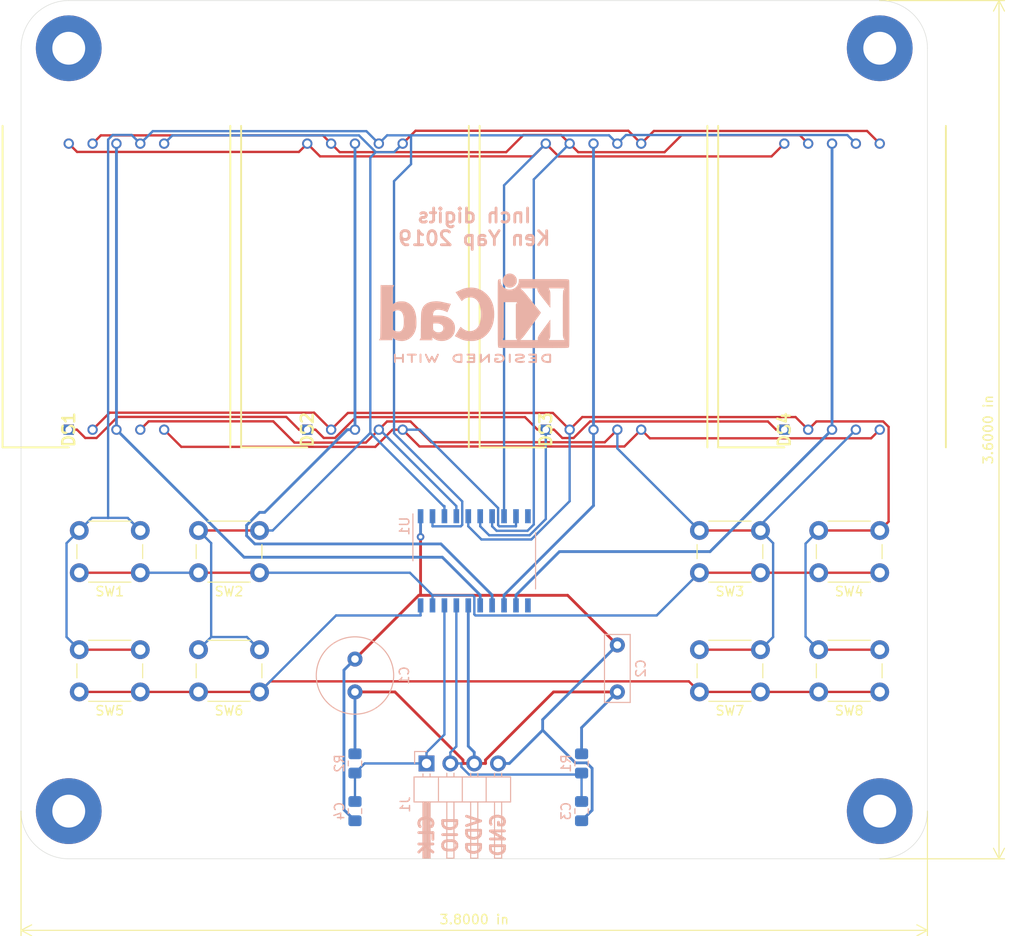
<source format=kicad_pcb>
(kicad_pcb (version 20171130) (host pcbnew 5.1.5-5.1.5)

  (general
    (thickness 1.6)
    (drawings 15)
    (tracks 274)
    (zones 0)
    (modules 25)
    (nets 21)
  )

  (page A4)
  (title_block
    (title "Inch digits")
    (date 2020-01-22)
    (rev 1)
  )

  (layers
    (0 F.Cu signal)
    (31 B.Cu signal)
    (32 B.Adhes user)
    (33 F.Adhes user)
    (34 B.Paste user)
    (35 F.Paste user)
    (36 B.SilkS user)
    (37 F.SilkS user)
    (38 B.Mask user)
    (39 F.Mask user)
    (40 Dwgs.User user)
    (41 Cmts.User user)
    (42 Eco1.User user)
    (43 Eco2.User user)
    (44 Edge.Cuts user)
    (45 Margin user)
    (46 B.CrtYd user)
    (47 F.CrtYd user)
    (48 B.Fab user)
    (49 F.Fab user)
  )

  (setup
    (last_trace_width 0.25)
    (trace_clearance 0.2)
    (zone_clearance 0.508)
    (zone_45_only no)
    (trace_min 0.2)
    (via_size 0.8)
    (via_drill 0.4)
    (via_min_size 0.4)
    (via_min_drill 0.3)
    (uvia_size 0.3)
    (uvia_drill 0.1)
    (uvias_allowed no)
    (uvia_min_size 0.2)
    (uvia_min_drill 0.1)
    (edge_width 0.05)
    (segment_width 0.2)
    (pcb_text_width 0.3)
    (pcb_text_size 1.5 1.5)
    (mod_edge_width 0.12)
    (mod_text_size 1 1)
    (mod_text_width 0.15)
    (pad_size 1.524 1.524)
    (pad_drill 0.762)
    (pad_to_mask_clearance 0.051)
    (solder_mask_min_width 0.25)
    (aux_axis_origin 0 0)
    (visible_elements FFFFFF7F)
    (pcbplotparams
      (layerselection 0x010f0_ffffffff)
      (usegerberextensions true)
      (usegerberattributes false)
      (usegerberadvancedattributes false)
      (creategerberjobfile false)
      (excludeedgelayer true)
      (linewidth 0.100000)
      (plotframeref false)
      (viasonmask false)
      (mode 1)
      (useauxorigin false)
      (hpglpennumber 1)
      (hpglpenspeed 20)
      (hpglpendiameter 15.000000)
      (psnegative false)
      (psa4output false)
      (plotreference true)
      (plotvalue true)
      (plotinvisibletext false)
      (padsonsilk false)
      (subtractmaskfromsilk false)
      (outputformat 1)
      (mirror false)
      (drillshape 0)
      (scaleselection 1)
      (outputdirectory "gerber"))
  )

  (net 0 "")
  (net 1 GND)
  (net 2 VDD)
  (net 3 "Net-(C3-Pad1)")
  (net 4 "Net-(C4-Pad1)")
  (net 5 /SE)
  (net 6 /SD)
  (net 7 /G1)
  (net 8 /SC)
  (net 9 /SP)
  (net 10 /SB)
  (net 11 /SA)
  (net 12 /SF)
  (net 13 /SG)
  (net 14 /G2)
  (net 15 /G3)
  (net 16 /G4)
  (net 17 "Net-(SW1-Pad1)")
  (net 18 "Net-(SW5-Pad1)")
  (net 19 "Net-(U1-Pad11)")
  (net 20 "Net-(U1-Pad10)")

  (net_class Default "This is the default net class."
    (clearance 0.2)
    (trace_width 0.25)
    (via_dia 0.8)
    (via_drill 0.4)
    (uvia_dia 0.3)
    (uvia_drill 0.1)
    (add_net /SA)
    (add_net /SB)
    (add_net /SC)
    (add_net /SD)
    (add_net /SE)
    (add_net /SF)
    (add_net /SG)
    (add_net /SP)
    (add_net "Net-(C3-Pad1)")
    (add_net "Net-(C4-Pad1)")
    (add_net "Net-(SW1-Pad1)")
    (add_net "Net-(SW5-Pad1)")
    (add_net "Net-(U1-Pad10)")
    (add_net "Net-(U1-Pad11)")
  )

  (net_class ANODE ""
    (clearance 0.2)
    (trace_width 0.4)
    (via_dia 0.8)
    (via_drill 0.4)
    (uvia_dia 0.3)
    (uvia_drill 0.1)
    (add_net /G1)
    (add_net /G2)
    (add_net /G3)
    (add_net /G4)
  )

  (net_class POWER ""
    (clearance 0.2)
    (trace_width 0.4)
    (via_dia 0.8)
    (via_drill 0.4)
    (uvia_dia 0.3)
    (uvia_drill 0.1)
    (add_net GND)
    (add_net VDD)
  )

  (module Ken:DIPS3048W51P254L2400H1075Q10N (layer F.Cu) (tedit 5E281AF2) (tstamp 5DE4F98D)
    (at 168.91 87.63 90)
    (descr SM411006N/15)
    (tags Display)
    (path /5DE24D4B)
    (fp_text reference DS4 (at 0 0 90) (layer F.SilkS)
      (effects (font (size 1.27 1.27) (thickness 0.254)))
    )
    (fp_text value SM411006N_15 (at 0 0 90) (layer F.SilkS) hide
      (effects (font (size 1.27 1.27) (thickness 0.254)))
    )
    (fp_text user %R (at 0 0 90) (layer F.Fab)
      (effects (font (size 1.27 1.27) (thickness 0.254)))
    )
    (fp_line (start -2.135 -7.295) (end 32.615 -7.295) (layer F.CrtYd) (width 0.05))
    (fp_line (start 32.615 -7.295) (end 32.615 17.455) (layer F.CrtYd) (width 0.05))
    (fp_line (start 32.615 17.455) (end -2.135 17.455) (layer F.CrtYd) (width 0.05))
    (fp_line (start -2.135 17.455) (end -2.135 -7.295) (layer F.CrtYd) (width 0.05))
    (fp_line (start -1.885 -7.045) (end 32.365 -7.045) (layer F.Fab) (width 0.1))
    (fp_line (start 32.365 -7.045) (end 32.365 17.205) (layer F.Fab) (width 0.1))
    (fp_line (start 32.365 17.205) (end -1.885 17.205) (layer F.Fab) (width 0.1))
    (fp_line (start -1.885 17.205) (end -1.885 -7.045) (layer F.Fab) (width 0.1))
    (fp_line (start -1.885 -5.775) (end -0.615 -7.045) (layer F.Fab) (width 0.1))
    (fp_line (start -1.885 17.205) (end 32.365 17.205) (layer F.SilkS) (width 0.2))
    (fp_line (start 32.365 -7.045) (end -1.885 -7.045) (layer F.SilkS) (width 0.2))
    (fp_line (start -1.885 -7.045) (end -1.885 0) (layer F.SilkS) (width 0.2))
    (pad 1 thru_hole rect (at 0 0 90) (size 1.1 1.1) (drill 0.7) (layers *.Cu *.Mask)
      (net 5 /SE))
    (pad 2 thru_hole circle (at 0 2.54 90) (size 1.1 1.1) (drill 0.7) (layers *.Cu *.Mask)
      (net 6 /SD))
    (pad 3 thru_hole circle (at 0 5.08 90) (size 1.1 1.1) (drill 0.7) (layers *.Cu *.Mask)
      (net 16 /G4))
    (pad 4 thru_hole circle (at 0 7.62 90) (size 1.1 1.1) (drill 0.7) (layers *.Cu *.Mask)
      (net 8 /SC))
    (pad 5 thru_hole circle (at 0 10.16 90) (size 1.1 1.1) (drill 0.7) (layers *.Cu *.Mask)
      (net 9 /SP))
    (pad 6 thru_hole circle (at 30.48 10.16 90) (size 1.1 1.1) (drill 0.7) (layers *.Cu *.Mask)
      (net 10 /SB))
    (pad 7 thru_hole circle (at 30.48 7.62 90) (size 1.1 1.1) (drill 0.7) (layers *.Cu *.Mask)
      (net 11 /SA))
    (pad 8 thru_hole circle (at 30.48 5.08 90) (size 1.1 1.1) (drill 0.7) (layers *.Cu *.Mask)
      (net 16 /G4))
    (pad 9 thru_hole circle (at 30.48 2.54 90) (size 1.1 1.1) (drill 0.7) (layers *.Cu *.Mask)
      (net 12 /SF))
    (pad 10 thru_hole circle (at 30.48 0 90) (size 1.1 1.1) (drill 0.7) (layers *.Cu *.Mask)
      (net 13 /SG))
    (model ${KICAD_USER_3DMOD}/sm411006n.wrl
      (at (xyz 0 0 0))
      (scale (xyz 1 1 1))
      (rotate (xyz 0 0 0))
    )
  )

  (module Ken:DIPS3048W51P254L2400H1075Q10N (layer F.Cu) (tedit 5E281AF2) (tstamp 5DE630FE)
    (at 143.51 87.63 90)
    (descr SM411006N/15)
    (tags Display)
    (path /5DE25561)
    (fp_text reference DS3 (at 0 0 90) (layer F.SilkS)
      (effects (font (size 1.27 1.27) (thickness 0.254)))
    )
    (fp_text value SM411006N_15 (at 0 0 90) (layer F.SilkS) hide
      (effects (font (size 1.27 1.27) (thickness 0.254)))
    )
    (fp_text user %R (at 0 0 90) (layer F.Fab)
      (effects (font (size 1.27 1.27) (thickness 0.254)))
    )
    (fp_line (start -2.135 -7.295) (end 32.615 -7.295) (layer F.CrtYd) (width 0.05))
    (fp_line (start 32.615 -7.295) (end 32.615 17.455) (layer F.CrtYd) (width 0.05))
    (fp_line (start 32.615 17.455) (end -2.135 17.455) (layer F.CrtYd) (width 0.05))
    (fp_line (start -2.135 17.455) (end -2.135 -7.295) (layer F.CrtYd) (width 0.05))
    (fp_line (start -1.885 -7.045) (end 32.365 -7.045) (layer F.Fab) (width 0.1))
    (fp_line (start 32.365 -7.045) (end 32.365 17.205) (layer F.Fab) (width 0.1))
    (fp_line (start 32.365 17.205) (end -1.885 17.205) (layer F.Fab) (width 0.1))
    (fp_line (start -1.885 17.205) (end -1.885 -7.045) (layer F.Fab) (width 0.1))
    (fp_line (start -1.885 -5.775) (end -0.615 -7.045) (layer F.Fab) (width 0.1))
    (fp_line (start -1.885 17.205) (end 32.365 17.205) (layer F.SilkS) (width 0.2))
    (fp_line (start 32.365 -7.045) (end -1.885 -7.045) (layer F.SilkS) (width 0.2))
    (fp_line (start -1.885 -7.045) (end -1.885 0) (layer F.SilkS) (width 0.2))
    (pad 1 thru_hole rect (at 0 0 90) (size 1.1 1.1) (drill 0.7) (layers *.Cu *.Mask)
      (net 5 /SE))
    (pad 2 thru_hole circle (at 0 2.54 90) (size 1.1 1.1) (drill 0.7) (layers *.Cu *.Mask)
      (net 6 /SD))
    (pad 3 thru_hole circle (at 0 5.08 90) (size 1.1 1.1) (drill 0.7) (layers *.Cu *.Mask)
      (net 15 /G3))
    (pad 4 thru_hole circle (at 0 7.62 90) (size 1.1 1.1) (drill 0.7) (layers *.Cu *.Mask)
      (net 8 /SC))
    (pad 5 thru_hole circle (at 0 10.16 90) (size 1.1 1.1) (drill 0.7) (layers *.Cu *.Mask)
      (net 9 /SP))
    (pad 6 thru_hole circle (at 30.48 10.16 90) (size 1.1 1.1) (drill 0.7) (layers *.Cu *.Mask)
      (net 10 /SB))
    (pad 7 thru_hole circle (at 30.48 7.62 90) (size 1.1 1.1) (drill 0.7) (layers *.Cu *.Mask)
      (net 11 /SA))
    (pad 8 thru_hole circle (at 30.48 5.08 90) (size 1.1 1.1) (drill 0.7) (layers *.Cu *.Mask)
      (net 15 /G3))
    (pad 9 thru_hole circle (at 30.48 2.54 90) (size 1.1 1.1) (drill 0.7) (layers *.Cu *.Mask)
      (net 12 /SF))
    (pad 10 thru_hole circle (at 30.48 0 90) (size 1.1 1.1) (drill 0.7) (layers *.Cu *.Mask)
      (net 13 /SG))
    (model ${KICAD_USER_3DMOD}/sm411006n.wrl
      (at (xyz 0 0 0))
      (scale (xyz 1 1 1))
      (rotate (xyz 0 0 0))
    )
  )

  (module Ken:DIPS3048W51P254L2400H1075Q10N (layer F.Cu) (tedit 5E281AF2) (tstamp 5DE4F957)
    (at 118.11 87.63 90)
    (descr SM411006N/15)
    (tags Display)
    (path /5DE257BB)
    (fp_text reference DS2 (at 0 0 90) (layer F.SilkS)
      (effects (font (size 1.27 1.27) (thickness 0.254)))
    )
    (fp_text value SM411006N_15 (at 0 0 90) (layer F.SilkS) hide
      (effects (font (size 1.27 1.27) (thickness 0.254)))
    )
    (fp_text user %R (at 0 0 90) (layer F.Fab)
      (effects (font (size 1.27 1.27) (thickness 0.254)))
    )
    (fp_line (start -2.135 -7.295) (end 32.615 -7.295) (layer F.CrtYd) (width 0.05))
    (fp_line (start 32.615 -7.295) (end 32.615 17.455) (layer F.CrtYd) (width 0.05))
    (fp_line (start 32.615 17.455) (end -2.135 17.455) (layer F.CrtYd) (width 0.05))
    (fp_line (start -2.135 17.455) (end -2.135 -7.295) (layer F.CrtYd) (width 0.05))
    (fp_line (start -1.885 -7.045) (end 32.365 -7.045) (layer F.Fab) (width 0.1))
    (fp_line (start 32.365 -7.045) (end 32.365 17.205) (layer F.Fab) (width 0.1))
    (fp_line (start 32.365 17.205) (end -1.885 17.205) (layer F.Fab) (width 0.1))
    (fp_line (start -1.885 17.205) (end -1.885 -7.045) (layer F.Fab) (width 0.1))
    (fp_line (start -1.885 -5.775) (end -0.615 -7.045) (layer F.Fab) (width 0.1))
    (fp_line (start -1.885 17.205) (end 32.365 17.205) (layer F.SilkS) (width 0.2))
    (fp_line (start 32.365 -7.045) (end -1.885 -7.045) (layer F.SilkS) (width 0.2))
    (fp_line (start -1.885 -7.045) (end -1.885 0) (layer F.SilkS) (width 0.2))
    (pad 1 thru_hole rect (at 0 0 90) (size 1.1 1.1) (drill 0.7) (layers *.Cu *.Mask)
      (net 5 /SE))
    (pad 2 thru_hole circle (at 0 2.54 90) (size 1.1 1.1) (drill 0.7) (layers *.Cu *.Mask)
      (net 6 /SD))
    (pad 3 thru_hole circle (at 0 5.08 90) (size 1.1 1.1) (drill 0.7) (layers *.Cu *.Mask)
      (net 14 /G2))
    (pad 4 thru_hole circle (at 0 7.62 90) (size 1.1 1.1) (drill 0.7) (layers *.Cu *.Mask)
      (net 8 /SC))
    (pad 5 thru_hole circle (at 0 10.16 90) (size 1.1 1.1) (drill 0.7) (layers *.Cu *.Mask)
      (net 9 /SP))
    (pad 6 thru_hole circle (at 30.48 10.16 90) (size 1.1 1.1) (drill 0.7) (layers *.Cu *.Mask)
      (net 10 /SB))
    (pad 7 thru_hole circle (at 30.48 7.62 90) (size 1.1 1.1) (drill 0.7) (layers *.Cu *.Mask)
      (net 11 /SA))
    (pad 8 thru_hole circle (at 30.48 5.08 90) (size 1.1 1.1) (drill 0.7) (layers *.Cu *.Mask)
      (net 14 /G2))
    (pad 9 thru_hole circle (at 30.48 2.54 90) (size 1.1 1.1) (drill 0.7) (layers *.Cu *.Mask)
      (net 12 /SF))
    (pad 10 thru_hole circle (at 30.48 0 90) (size 1.1 1.1) (drill 0.7) (layers *.Cu *.Mask)
      (net 13 /SG))
    (model ${KICAD_USER_3DMOD}/sm411006n.wrl
      (at (xyz 0 0 0))
      (scale (xyz 1 1 1))
      (rotate (xyz 0 0 0))
    )
  )

  (module Ken:DIPS3048W51P254L2400H1075Q10N (layer F.Cu) (tedit 5E281AF2) (tstamp 5DE4F93C)
    (at 92.71 87.63 90)
    (descr SM411006N/15)
    (tags Display)
    (path /5DE25B7D)
    (fp_text reference DS1 (at 0 0 90) (layer F.SilkS)
      (effects (font (size 1.27 1.27) (thickness 0.254)))
    )
    (fp_text value SM411006N_15 (at 0 0 90) (layer F.SilkS) hide
      (effects (font (size 1.27 1.27) (thickness 0.254)))
    )
    (fp_text user %R (at 0 0 90) (layer F.Fab)
      (effects (font (size 1.27 1.27) (thickness 0.254)))
    )
    (fp_line (start -2.135 -7.295) (end 32.615 -7.295) (layer F.CrtYd) (width 0.05))
    (fp_line (start 32.615 -7.295) (end 32.615 17.455) (layer F.CrtYd) (width 0.05))
    (fp_line (start 32.615 17.455) (end -2.135 17.455) (layer F.CrtYd) (width 0.05))
    (fp_line (start -2.135 17.455) (end -2.135 -7.295) (layer F.CrtYd) (width 0.05))
    (fp_line (start -1.885 -7.045) (end 32.365 -7.045) (layer F.Fab) (width 0.1))
    (fp_line (start 32.365 -7.045) (end 32.365 17.205) (layer F.Fab) (width 0.1))
    (fp_line (start 32.365 17.205) (end -1.885 17.205) (layer F.Fab) (width 0.1))
    (fp_line (start -1.885 17.205) (end -1.885 -7.045) (layer F.Fab) (width 0.1))
    (fp_line (start -1.885 -5.775) (end -0.615 -7.045) (layer F.Fab) (width 0.1))
    (fp_line (start -1.885 17.205) (end 32.365 17.205) (layer F.SilkS) (width 0.2))
    (fp_line (start 32.365 -7.045) (end -1.885 -7.045) (layer F.SilkS) (width 0.2))
    (fp_line (start -1.885 -7.045) (end -1.885 0) (layer F.SilkS) (width 0.2))
    (pad 1 thru_hole rect (at 0 0 90) (size 1.1 1.1) (drill 0.7) (layers *.Cu *.Mask)
      (net 5 /SE))
    (pad 2 thru_hole circle (at 0 2.54 90) (size 1.1 1.1) (drill 0.7) (layers *.Cu *.Mask)
      (net 6 /SD))
    (pad 3 thru_hole circle (at 0 5.08 90) (size 1.1 1.1) (drill 0.7) (layers *.Cu *.Mask)
      (net 7 /G1))
    (pad 4 thru_hole circle (at 0 7.62 90) (size 1.1 1.1) (drill 0.7) (layers *.Cu *.Mask)
      (net 8 /SC))
    (pad 5 thru_hole circle (at 0 10.16 90) (size 1.1 1.1) (drill 0.7) (layers *.Cu *.Mask)
      (net 9 /SP))
    (pad 6 thru_hole circle (at 30.48 10.16 90) (size 1.1 1.1) (drill 0.7) (layers *.Cu *.Mask)
      (net 10 /SB))
    (pad 7 thru_hole circle (at 30.48 7.62 90) (size 1.1 1.1) (drill 0.7) (layers *.Cu *.Mask)
      (net 11 /SA))
    (pad 8 thru_hole circle (at 30.48 5.08 90) (size 1.1 1.1) (drill 0.7) (layers *.Cu *.Mask)
      (net 7 /G1))
    (pad 9 thru_hole circle (at 30.48 2.54 90) (size 1.1 1.1) (drill 0.7) (layers *.Cu *.Mask)
      (net 12 /SF))
    (pad 10 thru_hole circle (at 30.48 0 90) (size 1.1 1.1) (drill 0.7) (layers *.Cu *.Mask)
      (net 13 /SG))
    (model ${KICAD_USER_3DMOD}/sm411006n.wrl
      (at (xyz 0 0 0))
      (scale (xyz 1 1 1))
      (rotate (xyz 0 0 0))
    )
  )

  (module Symbol:KiCad-Logo2_8mm_SilkScreen (layer B.Cu) (tedit 0) (tstamp 5E0742EB)
    (at 135.89 74.93 180)
    (descr "KiCad Logo")
    (tags "Logo KiCad")
    (attr virtual)
    (fp_text reference REF** (at 0 6.35) (layer F.SilkS) hide
      (effects (font (size 1 1) (thickness 0.15)))
    )
    (fp_text value KiCad-Logo2_8mm_SilkScreen (at 0 -7.62) (layer B.Fab) hide
      (effects (font (size 1 1) (thickness 0.15)) (justify mirror))
    )
    (fp_poly (pts (xy -7.974708 -4.606409) (xy -7.922143 -4.606944) (xy -7.768119 -4.61066) (xy -7.639125 -4.621699)
      (xy -7.530763 -4.641246) (xy -7.438638 -4.670483) (xy -7.358353 -4.710597) (xy -7.285512 -4.762769)
      (xy -7.259495 -4.785433) (xy -7.216337 -4.838462) (xy -7.177421 -4.910421) (xy -7.147427 -4.990184)
      (xy -7.131035 -5.066625) (xy -7.129332 -5.094872) (xy -7.140005 -5.173174) (xy -7.168607 -5.258705)
      (xy -7.210011 -5.339663) (xy -7.259095 -5.404246) (xy -7.267067 -5.412038) (xy -7.3346 -5.466808)
      (xy -7.408552 -5.509563) (xy -7.493188 -5.541423) (xy -7.592771 -5.563508) (xy -7.711566 -5.576938)
      (xy -7.853834 -5.582834) (xy -7.919 -5.583334) (xy -8.001855 -5.582935) (xy -8.060123 -5.581266)
      (xy -8.09927 -5.577622) (xy -8.124763 -5.571293) (xy -8.142068 -5.561574) (xy -8.151344 -5.553274)
      (xy -8.160106 -5.543192) (xy -8.166979 -5.530185) (xy -8.172192 -5.510769) (xy -8.175973 -5.48146)
      (xy -8.178551 -5.438773) (xy -8.180154 -5.379225) (xy -8.181011 -5.29933) (xy -8.181351 -5.195605)
      (xy -8.181403 -5.094872) (xy -8.181734 -4.960519) (xy -8.181662 -4.853192) (xy -8.180384 -4.801795)
      (xy -7.986019 -4.801795) (xy -7.986019 -5.387949) (xy -7.862025 -5.387835) (xy -7.787415 -5.385696)
      (xy -7.709272 -5.380183) (xy -7.644074 -5.372472) (xy -7.64209 -5.372155) (xy -7.536717 -5.346678)
      (xy -7.454986 -5.307) (xy -7.392816 -5.250538) (xy -7.353314 -5.189406) (xy -7.328974 -5.121593)
      (xy -7.330861 -5.057919) (xy -7.359109 -4.989665) (xy -7.414362 -4.919056) (xy -7.490927 -4.866735)
      (xy -7.590449 -4.831763) (xy -7.656961 -4.819386) (xy -7.732461 -4.810694) (xy -7.812479 -4.804404)
      (xy -7.880538 -4.801788) (xy -7.884569 -4.801776) (xy -7.986019 -4.801795) (xy -8.180384 -4.801795)
      (xy -8.17959 -4.769881) (xy -8.173915 -4.707579) (xy -8.163041 -4.663275) (xy -8.145368 -4.63396)
      (xy -8.119297 -4.616625) (xy -8.083229 -4.608261) (xy -8.035566 -4.605859) (xy -7.974708 -4.606409)) (layer B.SilkS) (width 0.01))
    (fp_poly (pts (xy -6.099384 -4.606516) (xy -6.006976 -4.607012) (xy -5.937227 -4.608165) (xy -5.886437 -4.610244)
      (xy -5.850905 -4.613515) (xy -5.826932 -4.618247) (xy -5.810818 -4.624707) (xy -5.798863 -4.633163)
      (xy -5.794533 -4.637055) (xy -5.768205 -4.678404) (xy -5.763465 -4.725916) (xy -5.780784 -4.768095)
      (xy -5.788793 -4.77662) (xy -5.801746 -4.784885) (xy -5.822602 -4.791261) (xy -5.85523 -4.796059)
      (xy -5.903496 -4.799588) (xy -5.971268 -4.802158) (xy -6.062414 -4.804081) (xy -6.145745 -4.805251)
      (xy -6.475546 -4.80931) (xy -6.48456 -4.98215) (xy -6.260696 -4.98215) (xy -6.163508 -4.982989)
      (xy -6.092357 -4.986496) (xy -6.043245 -4.994159) (xy -6.012171 -5.007467) (xy -5.995138 -5.027905)
      (xy -5.988146 -5.056963) (xy -5.987084 -5.083931) (xy -5.990384 -5.117021) (xy -6.002837 -5.141404)
      (xy -6.028274 -5.158353) (xy -6.070525 -5.169143) (xy -6.13342 -5.175048) (xy -6.220789 -5.177341)
      (xy -6.268475 -5.177535) (xy -6.48306 -5.177535) (xy -6.48306 -5.387949) (xy -6.152409 -5.387949)
      (xy -6.044024 -5.3881) (xy -5.961651 -5.388778) (xy -5.901243 -5.39032) (xy -5.858753 -5.393063)
      (xy -5.830135 -5.397345) (xy -5.811342 -5.403503) (xy -5.798328 -5.411873) (xy -5.791699 -5.418008)
      (xy -5.768961 -5.453813) (xy -5.76164 -5.485641) (xy -5.772093 -5.524518) (xy -5.791699 -5.553274)
      (xy -5.802159 -5.562327) (xy -5.815662 -5.569357) (xy -5.83584 -5.574618) (xy -5.866325 -5.578365)
      (xy -5.910749 -5.580854) (xy -5.972745 -5.582339) (xy -6.055945 -5.583075) (xy -6.163981 -5.583318)
      (xy -6.220043 -5.583334) (xy -6.340098 -5.583227) (xy -6.433728 -5.582739) (xy -6.504563 -5.581613)
      (xy -6.556235 -5.579595) (xy -6.592377 -5.57643) (xy -6.616622 -5.571863) (xy -6.632601 -5.56564)
      (xy -6.643947 -5.557504) (xy -6.648386 -5.553274) (xy -6.657171 -5.54316) (xy -6.664058 -5.530112)
      (xy -6.669275 -5.510634) (xy -6.673053 -5.481228) (xy -6.675624 -5.438398) (xy -6.677218 -5.378648)
      (xy -6.678065 -5.298481) (xy -6.678396 -5.194401) (xy -6.678445 -5.097492) (xy -6.6784 -4.973387)
      (xy -6.678088 -4.87583) (xy -6.677242 -4.80131) (xy -6.675596 -4.746315) (xy -6.672883 -4.707334)
      (xy -6.668837 -4.680857) (xy -6.663191 -4.66337) (xy -6.65568 -4.651364) (xy -6.646036 -4.641327)
      (xy -6.64366 -4.63909) (xy -6.632129 -4.629183) (xy -6.618732 -4.621512) (xy -6.59975 -4.61579)
      (xy -6.571469 -4.611732) (xy -6.530172 -4.609052) (xy -6.472142 -4.607466) (xy -6.393663 -4.606688)
      (xy -6.29102 -4.606432) (xy -6.21815 -4.60641) (xy -6.099384 -4.606516)) (layer B.SilkS) (width 0.01))
    (fp_poly (pts (xy -4.739942 -4.608121) (xy -4.640337 -4.615084) (xy -4.547698 -4.625959) (xy -4.467412 -4.640338)
      (xy -4.404862 -4.65781) (xy -4.365435 -4.677966) (xy -4.359383 -4.683899) (xy -4.338338 -4.729939)
      (xy -4.34472 -4.777204) (xy -4.377361 -4.817642) (xy -4.378918 -4.818801) (xy -4.398117 -4.831261)
      (xy -4.418159 -4.837813) (xy -4.446114 -4.838608) (xy -4.489053 -4.8338) (xy -4.554045 -4.823539)
      (xy -4.559273 -4.822675) (xy -4.656115 -4.810778) (xy -4.760598 -4.804909) (xy -4.865389 -4.804852)
      (xy -4.963156 -4.810391) (xy -5.046566 -4.821309) (xy -5.108287 -4.837389) (xy -5.112342 -4.839005)
      (xy -5.157118 -4.864093) (xy -5.17285 -4.889482) (xy -5.160534 -4.914451) (xy -5.121169 -4.93828)
      (xy -5.055752 -4.960246) (xy -4.96528 -4.97963) (xy -4.904954 -4.988962) (xy -4.779554 -5.006913)
      (xy -4.679819 -5.023323) (xy -4.6015 -5.039612) (xy -4.540347 -5.057202) (xy -4.492113 -5.077513)
      (xy -4.452549 -5.101967) (xy -4.417406 -5.131984) (xy -4.389165 -5.16146) (xy -4.355662 -5.202531)
      (xy -4.339173 -5.237846) (xy -4.334017 -5.281357) (xy -4.33383 -5.297292) (xy -4.337702 -5.350169)
      (xy -4.353181 -5.389507) (xy -4.379969 -5.424424) (xy -4.434413 -5.477798) (xy -4.495124 -5.518502)
      (xy -4.566612 -5.547864) (xy -4.65339 -5.567211) (xy -4.759968 -5.57787) (xy -4.890857 -5.581169)
      (xy -4.912469 -5.581113) (xy -4.999752 -5.579304) (xy -5.086313 -5.575193) (xy -5.162716 -5.56937)
      (xy -5.219524 -5.562425) (xy -5.224118 -5.561628) (xy -5.280599 -5.548248) (xy -5.328506 -5.531346)
      (xy -5.355627 -5.515895) (xy -5.380865 -5.47513) (xy -5.382623 -5.427662) (xy -5.360866 -5.385359)
      (xy -5.355998 -5.380576) (xy -5.335876 -5.366363) (xy -5.310712 -5.36024) (xy -5.271767 -5.361282)
      (xy -5.224489 -5.366698) (xy -5.171659 -5.371537) (xy -5.097602 -5.375619) (xy -5.011145 -5.378582)
      (xy -4.921117 -5.380061) (xy -4.897439 -5.380158) (xy -4.807076 -5.379794) (xy -4.740943 -5.37804)
      (xy -4.693221 -5.374287) (xy -4.658092 -5.367927) (xy -4.629736 -5.358351) (xy -4.612695 -5.350375)
      (xy -4.57525 -5.328229) (xy -4.551375 -5.308172) (xy -4.547886 -5.302487) (xy -4.555247 -5.279009)
      (xy -4.590241 -5.256281) (xy -4.650442 -5.235334) (xy -4.733425 -5.2172) (xy -4.757874 -5.213161)
      (xy -4.885576 -5.193103) (xy -4.987494 -5.176338) (xy -5.06756 -5.161647) (xy -5.129708 -5.147812)
      (xy -5.177872 -5.133615) (xy -5.215986 -5.117837) (xy -5.247984 -5.09926) (xy -5.277798 -5.076666)
      (xy -5.309364 -5.048837) (xy -5.319986 -5.03908) (xy -5.357227 -5.002666) (xy -5.376941 -4.973816)
      (xy -5.384653 -4.940802) (xy -5.385901 -4.899199) (xy -5.372169 -4.817615) (xy -5.331132 -4.748298)
      (xy -5.263024 -4.691472) (xy -5.168081 -4.647361) (xy -5.100338 -4.627576) (xy -5.026713 -4.614797)
      (xy -4.938515 -4.607568) (xy -4.84113 -4.605479) (xy -4.739942 -4.608121)) (layer B.SilkS) (width 0.01))
    (fp_poly (pts (xy -3.717617 -4.63647) (xy -3.708855 -4.646552) (xy -3.701982 -4.659559) (xy -3.696769 -4.678975)
      (xy -3.692988 -4.708284) (xy -3.69041 -4.750971) (xy -3.688807 -4.810519) (xy -3.687949 -4.890414)
      (xy -3.68761 -4.99414) (xy -3.687557 -5.094872) (xy -3.68765 -5.219816) (xy -3.688081 -5.318185)
      (xy -3.689077 -5.393465) (xy -3.690869 -5.449138) (xy -3.693683 -5.48869) (xy -3.69775 -5.515605)
      (xy -3.703296 -5.533367) (xy -3.710551 -5.545461) (xy -3.717617 -5.553274) (xy -3.761556 -5.579476)
      (xy -3.808374 -5.577125) (xy -3.850263 -5.548548) (xy -3.859888 -5.537391) (xy -3.867409 -5.524447)
      (xy -3.873088 -5.506136) (xy -3.877181 -5.478882) (xy -3.879949 -5.439104) (xy -3.88165 -5.383226)
      (xy -3.882543 -5.307668) (xy -3.882887 -5.208852) (xy -3.882942 -5.096978) (xy -3.882942 -4.680192)
      (xy -3.846051 -4.643301) (xy -3.800579 -4.612264) (xy -3.75647 -4.611145) (xy -3.717617 -4.63647)) (layer B.SilkS) (width 0.01))
    (fp_poly (pts (xy -2.421216 -4.613776) (xy -2.329995 -4.629082) (xy -2.259936 -4.652875) (xy -2.214358 -4.684204)
      (xy -2.201938 -4.702078) (xy -2.189308 -4.743649) (xy -2.197807 -4.781256) (xy -2.224639 -4.816919)
      (xy -2.26633 -4.833603) (xy -2.326824 -4.832248) (xy -2.373613 -4.823209) (xy -2.477582 -4.805987)
      (xy -2.583834 -4.804351) (xy -2.702763 -4.818329) (xy -2.735614 -4.824252) (xy -2.846199 -4.855431)
      (xy -2.932713 -4.90181) (xy -2.994207 -4.962599) (xy -3.029732 -5.037008) (xy -3.037079 -5.075478)
      (xy -3.03227 -5.153527) (xy -3.00122 -5.222581) (xy -2.94676 -5.281293) (xy -2.871718 -5.328317)
      (xy -2.778924 -5.362307) (xy -2.671206 -5.381918) (xy -2.551395 -5.385805) (xy -2.422319 -5.37262)
      (xy -2.415031 -5.371376) (xy -2.363692 -5.361814) (xy -2.335226 -5.352578) (xy -2.322888 -5.338873)
      (xy -2.319932 -5.315906) (xy -2.319865 -5.303743) (xy -2.319865 -5.252683) (xy -2.411031 -5.252683)
      (xy -2.491536 -5.247168) (xy -2.546475 -5.229594) (xy -2.57844 -5.198417) (xy -2.590026 -5.152094)
      (xy -2.590167 -5.146048) (xy -2.583389 -5.106453) (xy -2.560145 -5.078181) (xy -2.516884 -5.059471)
      (xy -2.450055 -5.048564) (xy -2.385324 -5.044554) (xy -2.291241 -5.042253) (xy -2.222998 -5.045764)
      (xy -2.176455 -5.058719) (xy -2.147472 -5.08475) (xy -2.131909 -5.127491) (xy -2.125625 -5.190574)
      (xy -2.12448 -5.273428) (xy -2.126356 -5.36591) (xy -2.132 -5.428818) (xy -2.141436 -5.462403)
      (xy -2.143267 -5.465033) (xy -2.195079 -5.506998) (xy -2.271044 -5.540232) (xy -2.366346 -5.564023)
      (xy -2.47617 -5.577663) (xy -2.5957 -5.580442) (xy -2.72012 -5.571649) (xy -2.793297 -5.560849)
      (xy -2.908074 -5.528362) (xy -3.01475 -5.47525) (xy -3.104065 -5.406319) (xy -3.11764 -5.392542)
      (xy -3.161746 -5.334622) (xy -3.201543 -5.26284) (xy -3.232381 -5.187583) (xy -3.249611 -5.119241)
      (xy -3.251688 -5.092993) (xy -3.242847 -5.038241) (xy -3.219349 -4.970119) (xy -3.185703 -4.898414)
      (xy -3.146418 -4.832913) (xy -3.111709 -4.789162) (xy -3.030557 -4.724083) (xy -2.925652 -4.672285)
      (xy -2.800754 -4.634938) (xy -2.659621 -4.613217) (xy -2.530279 -4.607909) (xy -2.421216 -4.613776)) (layer B.SilkS) (width 0.01))
    (fp_poly (pts (xy -1.555874 -4.612244) (xy -1.524499 -4.630649) (xy -1.483476 -4.660749) (xy -1.430678 -4.70396)
      (xy -1.363979 -4.761702) (xy -1.281253 -4.835392) (xy -1.180374 -4.926448) (xy -1.064895 -5.031138)
      (xy -0.824421 -5.249207) (xy -0.816906 -4.956508) (xy -0.814193 -4.855754) (xy -0.811576 -4.780722)
      (xy -0.808474 -4.727084) (xy -0.80431 -4.69051) (xy -0.798505 -4.666671) (xy -0.790478 -4.651238)
      (xy -0.779651 -4.639882) (xy -0.77391 -4.63511) (xy -0.727937 -4.609877) (xy -0.684191 -4.613566)
      (xy -0.649489 -4.635123) (xy -0.614007 -4.663835) (xy -0.609594 -5.08315) (xy -0.608373 -5.206471)
      (xy -0.607751 -5.303348) (xy -0.607944 -5.377394) (xy -0.609168 -5.432221) (xy -0.611638 -5.471443)
      (xy -0.615568 -5.498673) (xy -0.621174 -5.517523) (xy -0.628672 -5.531605) (xy -0.636987 -5.542899)
      (xy -0.654976 -5.563846) (xy -0.672875 -5.577731) (xy -0.693166 -5.58306) (xy -0.718332 -5.57834)
      (xy -0.750854 -5.562077) (xy -0.793217 -5.532777) (xy -0.847902 -5.488946) (xy -0.917391 -5.429091)
      (xy -1.004169 -5.351718) (xy -1.102469 -5.262814) (xy -1.455664 -4.942435) (xy -1.463179 -5.234177)
      (xy -1.465897 -5.334747) (xy -1.468521 -5.409604) (xy -1.471633 -5.463084) (xy -1.475816 -5.499526)
      (xy -1.481651 -5.523268) (xy -1.48972 -5.538646) (xy -1.500605 -5.55) (xy -1.506175 -5.554626)
      (xy -1.55541 -5.580042) (xy -1.601931 -5.576209) (xy -1.642443 -5.543733) (xy -1.65171 -5.530667)
      (xy -1.658933 -5.515409) (xy -1.664366 -5.494296) (xy -1.668262 -5.463669) (xy -1.670875 -5.419866)
      (xy -1.672461 -5.359227) (xy -1.673272 -5.278091) (xy -1.673562 -5.172797) (xy -1.673593 -5.094872)
      (xy -1.673495 -4.972988) (xy -1.673033 -4.877503) (xy -1.671951 -4.804755) (xy -1.669997 -4.751083)
      (xy -1.666916 -4.712827) (xy -1.662454 -4.686327) (xy -1.656357 -4.66792) (xy -1.648371 -4.653948)
      (xy -1.642443 -4.646011) (xy -1.627416 -4.627212) (xy -1.613372 -4.613017) (xy -1.598184 -4.604846)
      (xy -1.579727 -4.604116) (xy -1.555874 -4.612244)) (layer B.SilkS) (width 0.01))
    (fp_poly (pts (xy 0.481716 -4.606667) (xy 0.583377 -4.607884) (xy 0.661282 -4.61073) (xy 0.718581 -4.615874)
      (xy 0.758427 -4.623984) (xy 0.783968 -4.635731) (xy 0.798357 -4.651782) (xy 0.804745 -4.672808)
      (xy 0.806281 -4.699476) (xy 0.806289 -4.702626) (xy 0.804955 -4.73279) (xy 0.798651 -4.756103)
      (xy 0.783922 -4.773506) (xy 0.757315 -4.78594) (xy 0.715374 -4.794345) (xy 0.654646 -4.799665)
      (xy 0.571676 -4.802839) (xy 0.463011 -4.804809) (xy 0.429705 -4.805245) (xy 0.107413 -4.80931)
      (xy 0.102906 -4.89573) (xy 0.098398 -4.98215) (xy 0.322263 -4.98215) (xy 0.409721 -4.982473)
      (xy 0.472169 -4.983837) (xy 0.514654 -4.986839) (xy 0.542223 -4.992073) (xy 0.559922 -5.000135)
      (xy 0.572797 -5.01162) (xy 0.57288 -5.011711) (xy 0.59623 -5.056471) (xy 0.595386 -5.104847)
      (xy 0.570879 -5.146086) (xy 0.566029 -5.150325) (xy 0.548815 -5.161249) (xy 0.525226 -5.168849)
      (xy 0.490007 -5.173697) (xy 0.4379 -5.176366) (xy 0.36365 -5.177428) (xy 0.316162 -5.177535)
      (xy 0.099898 -5.177535) (xy 0.099898 -5.387949) (xy 0.42822 -5.387949) (xy 0.536618 -5.388139)
      (xy 0.618935 -5.388914) (xy 0.679149 -5.390584) (xy 0.721235 -5.393458) (xy 0.749171 -5.397847)
      (xy 0.766934 -5.404059) (xy 0.7785 -5.412404) (xy 0.781415 -5.415434) (xy 0.802936 -5.457434)
      (xy 0.80451 -5.505214) (xy 0.786855 -5.546642) (xy 0.772885 -5.559937) (xy 0.758354 -5.567256)
      (xy 0.735838 -5.572919) (xy 0.701776 -5.577123) (xy 0.652607 -5.580068) (xy 0.584768 -5.581951)
      (xy 0.494698 -5.58297) (xy 0.378837 -5.583325) (xy 0.352643 -5.583334) (xy 0.234839 -5.583256)
      (xy 0.143396 -5.582831) (xy 0.074614 -5.581766) (xy 0.024796 -5.579769) (xy -0.00976 -5.57655)
      (xy -0.03275 -5.571816) (xy -0.047874 -5.565277) (xy -0.058831 -5.556641) (xy -0.064842 -5.55044)
      (xy -0.07389 -5.539457) (xy -0.080958 -5.525852) (xy -0.086291 -5.506056) (xy -0.090132 -5.476502)
      (xy -0.092725 -5.433621) (xy -0.094313 -5.373845) (xy -0.095139 -5.293607) (xy -0.095448 -5.189339)
      (xy -0.095486 -5.10158) (xy -0.095392 -4.978608) (xy -0.094943 -4.882069) (xy -0.093892 -4.808339)
      (xy -0.09199 -4.75379) (xy -0.088991 -4.714799) (xy -0.084645 -4.687739) (xy -0.078706 -4.668984)
      (xy -0.070925 -4.65491) (xy -0.064336 -4.646011) (xy -0.033186 -4.60641) (xy 0.353148 -4.60641)
      (xy 0.481716 -4.606667)) (layer B.SilkS) (width 0.01))
    (fp_poly (pts (xy 1.530783 -4.606687) (xy 1.702501 -4.612493) (xy 1.848555 -4.630101) (xy 1.971353 -4.660563)
      (xy 2.073303 -4.704935) (xy 2.156814 -4.764271) (xy 2.224293 -4.839624) (xy 2.278149 -4.93205)
      (xy 2.279208 -4.934304) (xy 2.311349 -5.017024) (xy 2.322801 -5.090284) (xy 2.31352 -5.164012)
      (xy 2.283461 -5.248135) (xy 2.277761 -5.260937) (xy 2.238885 -5.335862) (xy 2.195195 -5.393757)
      (xy 2.138806 -5.442972) (xy 2.061838 -5.491857) (xy 2.057366 -5.494409) (xy 1.990363 -5.526595)
      (xy 1.914631 -5.550632) (xy 1.825304 -5.567351) (xy 1.717515 -5.577579) (xy 1.586398 -5.582146)
      (xy 1.540072 -5.582543) (xy 1.319476 -5.583334) (xy 1.288326 -5.543733) (xy 1.279086 -5.530711)
      (xy 1.271878 -5.515504) (xy 1.26645 -5.494466) (xy 1.262551 -5.46395) (xy 1.259929 -5.420311)
      (xy 1.259074 -5.387949) (xy 1.467591 -5.387949) (xy 1.592582 -5.387949) (xy 1.665723 -5.38581)
      (xy 1.740807 -5.380181) (xy 1.80243 -5.372243) (xy 1.806149 -5.371575) (xy 1.915599 -5.342212)
      (xy 2.000494 -5.298097) (xy 2.063518 -5.237183) (xy 2.10736 -5.157424) (xy 2.114983 -5.136284)
      (xy 2.122456 -5.103362) (xy 2.119221 -5.070836) (xy 2.103479 -5.027564) (xy 2.09399 -5.006307)
      (xy 2.062917 -4.94982) (xy 2.025479 -4.910191) (xy 1.984287 -4.882594) (xy 1.901776 -4.846682)
      (xy 1.796179 -4.820668) (xy 1.673164 -4.805688) (xy 1.58407 -4.802392) (xy 1.467591 -4.801795)
      (xy 1.467591 -5.387949) (xy 1.259074 -5.387949) (xy 1.258332 -5.3599) (xy 1.25751 -5.279072)
      (xy 1.25721 -5.174181) (xy 1.257176 -5.092162) (xy 1.257176 -4.680192) (xy 1.294067 -4.643301)
      (xy 1.31044 -4.628348) (xy 1.328143 -4.618108) (xy 1.352865 -4.611701) (xy 1.390294 -4.608247)
      (xy 1.446119 -4.606867) (xy 1.526028 -4.606681) (xy 1.530783 -4.606687)) (layer B.SilkS) (width 0.01))
    (fp_poly (pts (xy 5.160547 -4.60903) (xy 5.186628 -4.61835) (xy 5.187634 -4.618806) (xy 5.223052 -4.645834)
      (xy 5.242566 -4.673636) (xy 5.246384 -4.686672) (xy 5.246195 -4.703992) (xy 5.240822 -4.728667)
      (xy 5.229088 -4.763764) (xy 5.209813 -4.812353) (xy 5.181822 -4.877502) (xy 5.143936 -4.962281)
      (xy 5.094978 -5.069759) (xy 5.068031 -5.128503) (xy 5.01937 -5.233373) (xy 4.97369 -5.329814)
      (xy 4.932734 -5.414298) (xy 4.898246 -5.4833) (xy 4.871969 -5.533294) (xy 4.855646 -5.560754)
      (xy 4.852416 -5.564547) (xy 4.811089 -5.58128) (xy 4.764409 -5.579039) (xy 4.72697 -5.558687)
      (xy 4.725444 -5.557032) (xy 4.710551 -5.534486) (xy 4.685569 -5.490571) (xy 4.653579 -5.43094)
      (xy 4.61766 -5.361246) (xy 4.604752 -5.335563) (xy 4.507314 -5.140397) (xy 4.401106 -5.352407)
      (xy 4.363197 -5.425661) (xy 4.328027 -5.48919) (xy 4.298468 -5.538131) (xy 4.277394 -5.567622)
      (xy 4.270252 -5.573876) (xy 4.214738 -5.582345) (xy 4.168929 -5.564547) (xy 4.155454 -5.545525)
      (xy 4.132136 -5.503249) (xy 4.100877 -5.44188) (xy 4.06358 -5.365576) (xy 4.022146 -5.278499)
      (xy 3.978478 -5.184807) (xy 3.934478 -5.088661) (xy 3.892048 -4.994221) (xy 3.85309 -4.905645)
      (xy 3.819507 -4.827096) (xy 3.793201 -4.762731) (xy 3.776074 -4.716711) (xy 3.770029 -4.693197)
      (xy 3.770091 -4.692345) (xy 3.7848 -4.662756) (xy 3.814202 -4.63262) (xy 3.815933 -4.631308)
      (xy 3.85207 -4.610882) (xy 3.885494 -4.61108) (xy 3.898022 -4.614931) (xy 3.913287 -4.623253)
      (xy 3.929498 -4.639625) (xy 3.948599 -4.667442) (xy 3.972535 -4.7101) (xy 4.003251 -4.770995)
      (xy 4.042691 -4.853525) (xy 4.078258 -4.929707) (xy 4.119177 -5.018014) (xy 4.155844 -5.097426)
      (xy 4.186354 -5.163796) (xy 4.208802 -5.212975) (xy 4.221283 -5.240813) (xy 4.223103 -5.245168)
      (xy 4.23129 -5.238049) (xy 4.250105 -5.208241) (xy 4.277046 -5.160096) (xy 4.309608 -5.097963)
      (xy 4.322566 -5.072328) (xy 4.36646 -4.985765) (xy 4.400311 -4.922725) (xy 4.426897 -4.879542)
      (xy 4.448995 -4.852552) (xy 4.469384 -4.838088) (xy 4.49084 -4.832487) (xy 4.504823 -4.831854)
      (xy 4.529488 -4.83404) (xy 4.551102 -4.843079) (xy 4.572578 -4.862697) (xy 4.59683 -4.896617)
      (xy 4.62677 -4.948562) (xy 4.665313 -5.022258) (xy 4.686578 -5.06418) (xy 4.721072 -5.130994)
      (xy 4.751156 -5.186401) (xy 4.774177 -5.225727) (xy 4.78748 -5.244296) (xy 4.789289 -5.245069)
      (xy 4.79788 -5.230455) (xy 4.817114 -5.192507) (xy 4.845065 -5.135196) (xy 4.879807 -5.062496)
      (xy 4.919413 -4.978376) (xy 4.938896 -4.936594) (xy 4.98958 -4.828763) (xy 5.030393 -4.74579)
      (xy 5.063454 -4.684966) (xy 5.090881 -4.643585) (xy 5.114792 -4.61894) (xy 5.137308 -4.608324)
      (xy 5.160547 -4.60903)) (layer B.SilkS) (width 0.01))
    (fp_poly (pts (xy 5.751604 -4.615477) (xy 5.783174 -4.635142) (xy 5.818656 -4.663873) (xy 5.818656 -5.091966)
      (xy 5.818543 -5.21719) (xy 5.818059 -5.315847) (xy 5.816986 -5.39143) (xy 5.815108 -5.447433)
      (xy 5.812206 -5.487347) (xy 5.808063 -5.514666) (xy 5.802462 -5.532881) (xy 5.795185 -5.545486)
      (xy 5.790024 -5.551696) (xy 5.748168 -5.57898) (xy 5.700505 -5.577867) (xy 5.658753 -5.554602)
      (xy 5.623271 -5.525871) (xy 5.623271 -4.663873) (xy 5.658753 -4.635142) (xy 5.692998 -4.614242)
      (xy 5.720963 -4.60641) (xy 5.751604 -4.615477)) (layer B.SilkS) (width 0.01))
    (fp_poly (pts (xy 6.782677 -4.606539) (xy 6.887465 -4.607043) (xy 6.968799 -4.608096) (xy 7.02998 -4.609876)
      (xy 7.074311 -4.612557) (xy 7.105094 -4.616314) (xy 7.125631 -4.621325) (xy 7.139225 -4.627763)
      (xy 7.145803 -4.632712) (xy 7.179944 -4.676029) (xy 7.184074 -4.721003) (xy 7.162976 -4.76186)
      (xy 7.149179 -4.778186) (xy 7.134332 -4.789318) (xy 7.112815 -4.79625) (xy 7.079008 -4.799977)
      (xy 7.027292 -4.801494) (xy 6.952047 -4.801794) (xy 6.937269 -4.801795) (xy 6.742975 -4.801795)
      (xy 6.742975 -5.162505) (xy 6.742847 -5.276201) (xy 6.742266 -5.363685) (xy 6.740936 -5.428802)
      (xy 6.73856 -5.475398) (xy 6.734844 -5.507319) (xy 6.729492 -5.528412) (xy 6.722207 -5.542523)
      (xy 6.712916 -5.553274) (xy 6.669071 -5.579696) (xy 6.6233 -5.577614) (xy 6.58179 -5.547469)
      (xy 6.578741 -5.543733) (xy 6.568812 -5.52961) (xy 6.561248 -5.513086) (xy 6.555729 -5.490146)
      (xy 6.551933 -5.456773) (xy 6.549542 -5.408955) (xy 6.548234 -5.342674) (xy 6.547691 -5.253918)
      (xy 6.547591 -5.152963) (xy 6.547591 -4.801795) (xy 6.36205 -4.801795) (xy 6.282427 -4.801256)
      (xy 6.227304 -4.799157) (xy 6.191132 -4.794771) (xy 6.168362 -4.787376) (xy 6.153447 -4.776245)
      (xy 6.151636 -4.77431) (xy 6.129858 -4.730057) (xy 6.131784 -4.680029) (xy 6.156821 -4.63647)
      (xy 6.166504 -4.62802) (xy 6.178988 -4.621321) (xy 6.197603 -4.616169) (xy 6.225677 -4.612361)
      (xy 6.266541 -4.609697) (xy 6.323522 -4.607972) (xy 6.399952 -4.606984) (xy 6.499157 -4.606532)
      (xy 6.624469 -4.606412) (xy 6.651133 -4.60641) (xy 6.782677 -4.606539)) (layer B.SilkS) (width 0.01))
    (fp_poly (pts (xy 8.467859 -4.613688) (xy 8.509635 -4.643301) (xy 8.546525 -4.680192) (xy 8.546525 -5.092162)
      (xy 8.546429 -5.214486) (xy 8.545972 -5.310398) (xy 8.544903 -5.383544) (xy 8.542971 -5.43757)
      (xy 8.539923 -5.476123) (xy 8.535509 -5.502848) (xy 8.529476 -5.521394) (xy 8.521574 -5.535405)
      (xy 8.515375 -5.543733) (xy 8.474461 -5.576449) (xy 8.427482 -5.58) (xy 8.384544 -5.559937)
      (xy 8.370356 -5.548092) (xy 8.360872 -5.532358) (xy 8.355151 -5.507022) (xy 8.352253 -5.46637)
      (xy 8.351238 -5.404688) (xy 8.351141 -5.357038) (xy 8.351141 -5.177535) (xy 7.689839 -5.177535)
      (xy 7.689839 -5.340833) (xy 7.689155 -5.415505) (xy 7.686419 -5.466824) (xy 7.680604 -5.501477)
      (xy 7.670684 -5.526155) (xy 7.658689 -5.543733) (xy 7.617546 -5.576357) (xy 7.571017 -5.58022)
      (xy 7.526473 -5.557032) (xy 7.514312 -5.544876) (xy 7.505723 -5.528761) (xy 7.500058 -5.50366)
      (xy 7.496669 -5.464544) (xy 7.494908 -5.406386) (xy 7.494128 -5.324158) (xy 7.494036 -5.305286)
      (xy 7.493392 -5.150357) (xy 7.49306 -5.022674) (xy 7.493168 -4.919427) (xy 7.493845 -4.837803)
      (xy 7.495218 -4.774992) (xy 7.497416 -4.728181) (xy 7.500566 -4.694559) (xy 7.504798 -4.671315)
      (xy 7.510238 -4.655636) (xy 7.517015 -4.644711) (xy 7.524514 -4.63647) (xy 7.566933 -4.610107)
      (xy 7.611172 -4.613688) (xy 7.652948 -4.643301) (xy 7.669853 -4.662407) (xy 7.680629 -4.683511)
      (xy 7.686641 -4.713568) (xy 7.689256 -4.759533) (xy 7.689839 -4.82836) (xy 7.689839 -4.98215)
      (xy 8.351141 -4.98215) (xy 8.351141 -4.824339) (xy 8.351816 -4.751636) (xy 8.354526 -4.702545)
      (xy 8.360301 -4.670636) (xy 8.370169 -4.649478) (xy 8.3812 -4.63647) (xy 8.423619 -4.610107)
      (xy 8.467859 -4.613688)) (layer B.SilkS) (width 0.01))
    (fp_poly (pts (xy -3.602318 3.916067) (xy -3.466071 3.868828) (xy -3.339221 3.794473) (xy -3.225933 3.693013)
      (xy -3.130372 3.564457) (xy -3.087446 3.483428) (xy -3.050295 3.370092) (xy -3.032288 3.239249)
      (xy -3.034283 3.104735) (xy -3.056423 2.982842) (xy -3.116936 2.833893) (xy -3.204686 2.704691)
      (xy -3.315212 2.597777) (xy -3.444054 2.515694) (xy -3.586753 2.460984) (xy -3.738849 2.43619)
      (xy -3.895881 2.443853) (xy -3.973286 2.460228) (xy -4.124141 2.518911) (xy -4.258125 2.608457)
      (xy -4.372006 2.726107) (xy -4.462552 2.869098) (xy -4.470212 2.884714) (xy -4.496694 2.943314)
      (xy -4.513322 2.992666) (xy -4.52235 3.04473) (xy -4.526032 3.111461) (xy -4.526643 3.184071)
      (xy -4.525633 3.271309) (xy -4.521072 3.334376) (xy -4.510666 3.385364) (xy -4.492121 3.436367)
      (xy -4.46923 3.486687) (xy -4.383846 3.62953) (xy -4.278699 3.74519) (xy -4.157955 3.833675)
      (xy -4.025779 3.894995) (xy -3.886337 3.929161) (xy -3.743795 3.936182) (xy -3.602318 3.916067)) (layer B.SilkS) (width 0.01))
    (fp_poly (pts (xy 9.041571 2.699911) (xy 9.195876 2.699277) (xy 9.248321 2.698958) (xy 9.9695 2.694214)
      (xy 9.978571 -0.072572) (xy 9.979769 -0.447756) (xy 9.980832 -0.788417) (xy 9.981827 -1.096318)
      (xy 9.982823 -1.373221) (xy 9.983888 -1.620888) (xy 9.985091 -1.841081) (xy 9.986499 -2.035562)
      (xy 9.988182 -2.206094) (xy 9.990206 -2.35444) (xy 9.992641 -2.482361) (xy 9.995554 -2.59162)
      (xy 9.999015 -2.683979) (xy 10.00309 -2.7612) (xy 10.007849 -2.825046) (xy 10.01336 -2.877278)
      (xy 10.019691 -2.91966) (xy 10.02691 -2.953953) (xy 10.035085 -2.98192) (xy 10.044285 -3.005324)
      (xy 10.054577 -3.025925) (xy 10.066031 -3.045487) (xy 10.078715 -3.065772) (xy 10.092695 -3.088543)
      (xy 10.095561 -3.093393) (xy 10.14364 -3.175433) (xy 8.753928 -3.165929) (xy 8.744857 -3.013295)
      (xy 8.739918 -2.940045) (xy 8.734771 -2.897696) (xy 8.727786 -2.880892) (xy 8.717337 -2.884277)
      (xy 8.708571 -2.89396) (xy 8.670388 -2.929229) (xy 8.608155 -2.974563) (xy 8.530641 -3.024546)
      (xy 8.446613 -3.073761) (xy 8.364839 -3.116791) (xy 8.302052 -3.145101) (xy 8.154954 -3.191624)
      (xy 7.98618 -3.224579) (xy 7.808191 -3.242707) (xy 7.633447 -3.24475) (xy 7.474407 -3.229447)
      (xy 7.471788 -3.229009) (xy 7.254168 -3.174402) (xy 7.050455 -3.087401) (xy 6.862613 -2.969876)
      (xy 6.692607 -2.823697) (xy 6.542402 -2.650734) (xy 6.413964 -2.452857) (xy 6.309257 -2.231936)
      (xy 6.252246 -2.068286) (xy 6.214651 -1.931375) (xy 6.186771 -1.798798) (xy 6.167753 -1.662502)
      (xy 6.156745 -1.514433) (xy 6.152895 -1.346537) (xy 6.1546 -1.20944) (xy 7.493359 -1.20944)
      (xy 7.499694 -1.439329) (xy 7.519679 -1.637111) (xy 7.553927 -1.804539) (xy 7.603055 -1.943369)
      (xy 7.667676 -2.055358) (xy 7.748405 -2.142259) (xy 7.841591 -2.203692) (xy 7.89008 -2.226626)
      (xy 7.932134 -2.240375) (xy 7.97902 -2.246666) (xy 8.042004 -2.247222) (xy 8.109857 -2.244773)
      (xy 8.243295 -2.233004) (xy 8.348832 -2.209955) (xy 8.382 -2.19841) (xy 8.457735 -2.164311)
      (xy 8.537614 -2.121491) (xy 8.5725 -2.100057) (xy 8.663214 -2.040556) (xy 8.663214 -0.154584)
      (xy 8.563428 -0.094771) (xy 8.424267 -0.027185) (xy 8.282087 0.012786) (xy 8.14209 0.025378)
      (xy 8.009474 0.010827) (xy 7.88944 -0.030632) (xy 7.787188 -0.098763) (xy 7.754195 -0.131466)
      (xy 7.674667 -0.238619) (xy 7.610299 -0.368327) (xy 7.560553 -0.522814) (xy 7.524891 -0.704302)
      (xy 7.502775 -0.915015) (xy 7.493667 -1.157175) (xy 7.493359 -1.20944) (xy 6.1546 -1.20944)
      (xy 6.15531 -1.152374) (xy 6.170605 -0.853713) (xy 6.201358 -0.584325) (xy 6.248381 -0.340285)
      (xy 6.312482 -0.11767) (xy 6.394472 0.087444) (xy 6.42373 0.148254) (xy 6.541581 0.34656)
      (xy 6.683996 0.522788) (xy 6.847629 0.674092) (xy 7.029131 0.797629) (xy 7.225153 0.890553)
      (xy 7.342655 0.928885) (xy 7.458054 0.951641) (xy 7.596907 0.96518) (xy 7.747574 0.969508)
      (xy 7.898413 0.964632) (xy 8.037785 0.950556) (xy 8.149691 0.928475) (xy 8.282884 0.885172)
      (xy 8.411979 0.829489) (xy 8.524928 0.767064) (xy 8.585043 0.724697) (xy 8.62651 0.693193)
      (xy 8.655545 0.67401) (xy 8.66215 0.671286) (xy 8.664198 0.688837) (xy 8.666107 0.739125)
      (xy 8.667836 0.8186) (xy 8.669341 0.923714) (xy 8.670581 1.050917) (xy 8.671513 1.196661)
      (xy 8.672095 1.357397) (xy 8.672286 1.521116) (xy 8.672179 1.730812) (xy 8.671658 1.907604)
      (xy 8.670416 2.054874) (xy 8.668148 2.176003) (xy 8.66455 2.274373) (xy 8.659317 2.353366)
      (xy 8.652144 2.416362) (xy 8.642726 2.466745) (xy 8.630758 2.507895) (xy 8.615935 2.543194)
      (xy 8.597952 2.576023) (xy 8.576505 2.609765) (xy 8.573745 2.613943) (xy 8.546083 2.657644)
      (xy 8.529382 2.687695) (xy 8.527143 2.694033) (xy 8.544643 2.696033) (xy 8.594574 2.69766)
      (xy 8.673085 2.698888) (xy 8.776323 2.699689) (xy 8.900436 2.700039) (xy 9.041571 2.699911)) (layer B.SilkS) (width 0.01))
    (fp_poly (pts (xy 4.185632 0.97227) (xy 4.275523 0.965465) (xy 4.532715 0.931247) (xy 4.760485 0.876669)
      (xy 4.959943 0.80098) (xy 5.132197 0.70343) (xy 5.278359 0.583268) (xy 5.399536 0.439742)
      (xy 5.496839 0.272102) (xy 5.567891 0.090714) (xy 5.585927 0.032854) (xy 5.601632 -0.021329)
      (xy 5.615192 -0.074752) (xy 5.626792 -0.130333) (xy 5.636617 -0.190988) (xy 5.644853 -0.259635)
      (xy 5.651684 -0.33919) (xy 5.657295 -0.432572) (xy 5.661872 -0.542696) (xy 5.6656 -0.672481)
      (xy 5.668665 -0.824842) (xy 5.67125 -1.002698) (xy 5.673542 -1.208965) (xy 5.675725 -1.446561)
      (xy 5.677286 -1.632857) (xy 5.687785 -2.911929) (xy 5.755821 -3.035018) (xy 5.788038 -3.094317)
      (xy 5.812012 -3.140377) (xy 5.82345 -3.164893) (xy 5.823857 -3.166553) (xy 5.806375 -3.168454)
      (xy 5.756574 -3.170205) (xy 5.678421 -3.171758) (xy 5.575882 -3.173062) (xy 5.452922 -3.17407)
      (xy 5.31351 -3.174731) (xy 5.161611 -3.174997) (xy 5.1435 -3.175) (xy 4.463143 -3.175)
      (xy 4.463143 -3.020786) (xy 4.461982 -2.951094) (xy 4.458887 -2.897794) (xy 4.454432 -2.869217)
      (xy 4.452463 -2.866572) (xy 4.434455 -2.877653) (xy 4.397393 -2.906736) (xy 4.349222 -2.947579)
      (xy 4.348141 -2.948524) (xy 4.260235 -3.013971) (xy 4.149217 -3.079688) (xy 4.027631 -3.139219)
      (xy 3.908021 -3.186109) (xy 3.855357 -3.202133) (xy 3.750551 -3.222485) (xy 3.62195 -3.235472)
      (xy 3.481325 -3.240909) (xy 3.340448 -3.238611) (xy 3.211093 -3.228392) (xy 3.120571 -3.213689)
      (xy 2.89858 -3.148499) (xy 2.698729 -3.055594) (xy 2.522319 -2.936126) (xy 2.37065 -2.791247)
      (xy 2.245024 -2.62211) (xy 2.146741 -2.429867) (xy 2.104341 -2.313214) (xy 2.077768 -2.199833)
      (xy 2.060158 -2.063722) (xy 2.05201 -1.917437) (xy 2.052278 -1.896151) (xy 3.279321 -1.896151)
      (xy 3.289496 -2.00485) (xy 3.323378 -2.095185) (xy 3.386 -2.178995) (xy 3.410052 -2.203571)
      (xy 3.495551 -2.270011) (xy 3.594373 -2.312574) (xy 3.712768 -2.333177) (xy 3.837445 -2.334694)
      (xy 3.955698 -2.324677) (xy 4.046239 -2.305085) (xy 4.08556 -2.29037) (xy 4.156432 -2.250265)
      (xy 4.231525 -2.193863) (xy 4.300038 -2.130561) (xy 4.351172 -2.069755) (xy 4.36475 -2.047449)
      (xy 4.375305 -2.016212) (xy 4.38281 -1.966507) (xy 4.387613 -1.893587) (xy 4.390065 -1.792703)
      (xy 4.390571 -1.696689) (xy 4.390228 -1.58475) (xy 4.388843 -1.503809) (xy 4.385881 -1.448585)
      (xy 4.380808 -1.413794) (xy 4.37309 -1.394154) (xy 4.362192 -1.38438) (xy 4.358821 -1.382824)
      (xy 4.329529 -1.378029) (xy 4.271756 -1.374108) (xy 4.193304 -1.371414) (xy 4.101974 -1.370299)
      (xy 4.082143 -1.370298) (xy 3.960063 -1.372246) (xy 3.865749 -1.378041) (xy 3.790807 -1.388475)
      (xy 3.728903 -1.403714) (xy 3.575349 -1.461784) (xy 3.454932 -1.533179) (xy 3.36661 -1.619039)
      (xy 3.309339 -1.720507) (xy 3.282078 -1.838725) (xy 3.279321 -1.896151) (xy 2.052278 -1.896151)
      (xy 2.053823 -1.773533) (xy 2.066096 -1.644565) (xy 2.07567 -1.59246) (xy 2.136801 -1.398997)
      (xy 2.229757 -1.220993) (xy 2.352783 -1.060155) (xy 2.504124 -0.91819) (xy 2.682025 -0.796806)
      (xy 2.884732 -0.697709) (xy 3.057071 -0.637533) (xy 3.172253 -0.605919) (xy 3.282423 -0.581354)
      (xy 3.394719 -0.563039) (xy 3.516275 -0.550178) (xy 3.654229 -0.541972) (xy 3.815715 -0.537624)
      (xy 3.961715 -0.5364) (xy 4.394645 -0.535215) (xy 4.386351 -0.40508) (xy 4.362801 -0.263883)
      (xy 4.312703 -0.142518) (xy 4.238191 -0.044017) (xy 4.141399 0.028591) (xy 4.056171 0.064021)
      (xy 3.934056 0.08635) (xy 3.788683 0.089557) (xy 3.626867 0.074823) (xy 3.455422 0.04333)
      (xy 3.281163 -0.00374) (xy 3.110904 -0.065203) (xy 2.987176 -0.121417) (xy 2.927647 -0.150283)
      (xy 2.882242 -0.170443) (xy 2.85915 -0.17831) (xy 2.857897 -0.178058) (xy 2.849929 -0.160437)
      (xy 2.830031 -0.113733) (xy 2.800077 -0.042418) (xy 2.761939 0.049031) (xy 2.717488 0.156141)
      (xy 2.672305 0.265451) (xy 2.491667 0.70326) (xy 2.620155 0.724364) (xy 2.675846 0.734953)
      (xy 2.759564 0.752737) (xy 2.864139 0.776102) (xy 2.982399 0.803435) (xy 3.107172 0.833119)
      (xy 3.156857 0.845182) (xy 3.371807 0.895038) (xy 3.559995 0.932416) (xy 3.728446 0.958073)
      (xy 3.884186 0.972765) (xy 4.03424 0.977245) (xy 4.185632 0.97227)) (layer B.SilkS) (width 0.01))
    (fp_poly (pts (xy 0.581378 2.430769) (xy 0.777019 2.409351) (xy 0.966562 2.371015) (xy 1.157717 2.313762)
      (xy 1.358196 2.235591) (xy 1.575708 2.134504) (xy 1.61488 2.114924) (xy 1.704772 2.070638)
      (xy 1.789553 2.030761) (xy 1.860855 1.999102) (xy 1.91031 1.979468) (xy 1.917908 1.976996)
      (xy 1.990714 1.955183) (xy 1.664803 1.481056) (xy 1.585123 1.365177) (xy 1.512272 1.259306)
      (xy 1.44873 1.167038) (xy 1.396972 1.091967) (xy 1.359477 1.037687) (xy 1.338723 1.007793)
      (xy 1.335351 1.003059) (xy 1.321655 1.012958) (xy 1.287943 1.042715) (xy 1.240244 1.086927)
      (xy 1.21392 1.111916) (xy 1.064772 1.230544) (xy 0.897268 1.320687) (xy 0.752928 1.370064)
      (xy 0.666283 1.385571) (xy 0.557796 1.395021) (xy 0.440227 1.398239) (xy 0.326334 1.395049)
      (xy 0.228879 1.385276) (xy 0.18999 1.377791) (xy 0.014712 1.317488) (xy -0.143235 1.22541)
      (xy -0.283732 1.101727) (xy -0.406665 0.946607) (xy -0.511915 0.760219) (xy -0.599365 0.54273)
      (xy -0.6689 0.294308) (xy -0.710225 0.081643) (xy -0.721006 -0.012241) (xy -0.728352 -0.133524)
      (xy -0.732333 -0.273493) (xy -0.733021 -0.423431) (xy -0.730486 -0.574622) (xy -0.7248 -0.718351)
      (xy -0.716033 -0.845903) (xy -0.704256 -0.948562) (xy -0.701707 -0.964401) (xy -0.645519 -1.219536)
      (xy -0.568964 -1.445342) (xy -0.471574 -1.642831) (xy -0.352886 -1.813014) (xy -0.268637 -1.905022)
      (xy -0.11723 -2.029943) (xy 0.048817 -2.12254) (xy 0.226701 -2.182309) (xy 0.413622 -2.208746)
      (xy 0.606778 -2.201348) (xy 0.803369 -2.159611) (xy 0.919597 -2.118771) (xy 1.080438 -2.03699)
      (xy 1.246213 -1.919678) (xy 1.339073 -1.840345) (xy 1.391214 -1.794429) (xy 1.43218 -1.760742)
      (xy 1.455498 -1.74451) (xy 1.458393 -1.744015) (xy 1.4688 -1.760601) (xy 1.495767 -1.804432)
      (xy 1.536996 -1.871748) (xy 1.590189 -1.958794) (xy 1.65305 -2.06181) (xy 1.723281 -2.177041)
      (xy 1.762372 -2.241231) (xy 2.060964 -2.731677) (xy 1.688161 -2.915915) (xy 1.553369 -2.982093)
      (xy 1.444175 -3.034278) (xy 1.353907 -3.07506) (xy 1.275888 -3.107033) (xy 1.203444 -3.132787)
      (xy 1.129901 -3.154914) (xy 1.048584 -3.176007) (xy 0.970643 -3.19453) (xy 0.901366 -3.208863)
      (xy 0.828917 -3.219694) (xy 0.746042 -3.227626) (xy 0.645488 -3.233258) (xy 0.520003 -3.237192)
      (xy 0.435428 -3.238891) (xy 0.314754 -3.24005) (xy 0.199042 -3.239465) (xy 0.095951 -3.237304)
      (xy 0.013138 -3.233732) (xy -0.04174 -3.228917) (xy -0.044992 -3.228437) (xy -0.329957 -3.166786)
      (xy -0.597558 -3.073285) (xy -0.847703 -2.947993) (xy -1.080296 -2.790974) (xy -1.295243 -2.602289)
      (xy -1.49245 -2.382) (xy -1.635273 -2.186214) (xy -1.78732 -1.929949) (xy -1.910227 -1.659317)
      (xy -2.00459 -1.372149) (xy -2.071001 -1.066276) (xy -2.110056 -0.739528) (xy -2.12236 -0.407739)
      (xy -2.112241 -0.086779) (xy -2.080439 0.209354) (xy -2.025946 0.485655) (xy -1.94775 0.747119)
      (xy -1.844841 0.998742) (xy -1.832553 1.02481) (xy -1.69718 1.268493) (xy -1.530911 1.500382)
      (xy -1.338459 1.715677) (xy -1.124534 1.909578) (xy -0.893845 2.077285) (xy -0.678891 2.200304)
      (xy -0.461742 2.296655) (xy -0.244132 2.366449) (xy -0.017638 2.411587) (xy 0.226166 2.433969)
      (xy 0.371928 2.437269) (xy 0.581378 2.430769)) (layer B.SilkS) (width 0.01))
    (fp_poly (pts (xy -7.870089 3.33834) (xy -7.52054 3.338293) (xy -7.35783 3.338286) (xy -4.753429 3.338285)
      (xy -4.753429 3.184762) (xy -4.737043 2.997937) (xy -4.687588 2.825633) (xy -4.60462 2.666825)
      (xy -4.487695 2.52049) (xy -4.448136 2.480968) (xy -4.30583 2.368862) (xy -4.148922 2.287101)
      (xy -3.982072 2.235647) (xy -3.809939 2.214463) (xy -3.637185 2.223513) (xy -3.46847 2.262758)
      (xy -3.308454 2.332162) (xy -3.161798 2.431689) (xy -3.095932 2.491735) (xy -2.973192 2.638957)
      (xy -2.883188 2.800853) (xy -2.826706 2.975573) (xy -2.804529 3.161265) (xy -2.804234 3.179533)
      (xy -2.803072 3.33828) (xy -2.7333 3.338283) (xy -2.671405 3.329882) (xy -2.614865 3.309444)
      (xy -2.611128 3.307333) (xy -2.598358 3.300707) (xy -2.586632 3.295546) (xy -2.575906 3.290349)
      (xy -2.566139 3.28361) (xy -2.557288 3.273829) (xy -2.549311 3.2595) (xy -2.542165 3.239122)
      (xy -2.535808 3.211192) (xy -2.530198 3.174205) (xy -2.525293 3.12666) (xy -2.521049 3.067053)
      (xy -2.517424 2.993881) (xy -2.514377 2.905641) (xy -2.511864 2.80083) (xy -2.509844 2.677945)
      (xy -2.508274 2.535483) (xy -2.507112 2.37194) (xy -2.506314 2.185814) (xy -2.50584 1.975602)
      (xy -2.505646 1.7398) (xy -2.50569 1.476906) (xy -2.50593 1.185416) (xy -2.506323 0.863828)
      (xy -2.506827 0.510638) (xy -2.5074 0.124343) (xy -2.507999 -0.29656) (xy -2.508068 -0.34784)
      (xy -2.508605 -0.771426) (xy -2.509061 -1.16023) (xy -2.509484 -1.515753) (xy -2.509921 -1.839498)
      (xy -2.510422 -2.132966) (xy -2.511035 -2.397661) (xy -2.511808 -2.635085) (xy -2.512789 -2.84674)
      (xy -2.514026 -3.034129) (xy -2.515568 -3.198754) (xy -2.517463 -3.342117) (xy -2.519759 -3.46572)
      (xy -2.522504 -3.571067) (xy -2.525747 -3.659659) (xy -2.529536 -3.733) (xy -2.533919 -3.79259)
      (xy -2.538945 -3.839933) (xy -2.544661 -3.876531) (xy -2.551116 -3.903886) (xy -2.558359 -3.923502)
      (xy -2.566437 -3.936879) (xy -2.575398 -3.945521) (xy -2.585292 -3.95093) (xy -2.596165 -3.954608)
      (xy -2.608067 -3.958058) (xy -2.621046 -3.962782) (xy -2.624217 -3.96422) (xy -2.634181 -3.967451)
      (xy -2.650859 -3.97042) (xy -2.675707 -3.973137) (xy -2.71018 -3.975613) (xy -2.755736 -3.977858)
      (xy -2.81383 -3.979883) (xy -2.885919 -3.981698) (xy -2.973458 -3.983315) (xy -3.077905 -3.984743)
      (xy -3.200715 -3.985993) (xy -3.343345 -3.987076) (xy -3.507251 -3.988002) (xy -3.69389 -3.988782)
      (xy -3.904716 -3.989426) (xy -4.141188 -3.989946) (xy -4.404761 -3.990351) (xy -4.69689 -3.990652)
      (xy -5.019034 -3.99086) (xy -5.372647 -3.990985) (xy -5.759186 -3.991038) (xy -6.180108 -3.991029)
      (xy -6.316456 -3.991016) (xy -6.746716 -3.990947) (xy -7.142164 -3.990834) (xy -7.504273 -3.990665)
      (xy -7.834517 -3.99043) (xy -8.134371 -3.990116) (xy -8.405308 -3.989713) (xy -8.6488 -3.989207)
      (xy -8.866323 -3.988589) (xy -9.05935 -3.987846) (xy -9.229354 -3.986968) (xy -9.37781 -3.985941)
      (xy -9.50619 -3.984756) (xy -9.615969 -3.9834) (xy -9.70862 -3.981862) (xy -9.785617 -3.98013)
      (xy -9.848434 -3.978194) (xy -9.898544 -3.97604) (xy -9.937421 -3.973659) (xy -9.966538 -3.971037)
      (xy -9.987371 -3.968165) (xy -10.001391 -3.96503) (xy -10.009034 -3.962159) (xy -10.022618 -3.95643)
      (xy -10.03509 -3.952206) (xy -10.046498 -3.947985) (xy -10.056889 -3.942268) (xy -10.066309 -3.933555)
      (xy -10.074808 -3.920345) (xy -10.08243 -3.901137) (xy -10.089225 -3.874433) (xy -10.095238 -3.83873)
      (xy -10.100517 -3.79253) (xy -10.10511 -3.734332) (xy -10.109064 -3.662635) (xy -10.112425 -3.57594)
      (xy -10.115241 -3.472746) (xy -10.11756 -3.351553) (xy -10.119428 -3.21086) (xy -10.119916 -3.156857)
      (xy -9.635704 -3.156857) (xy -7.924256 -3.156857) (xy -7.957187 -3.106964) (xy -7.989947 -3.055693)
      (xy -8.017689 -3.006869) (xy -8.040807 -2.957076) (xy -8.059697 -2.902898) (xy -8.074751 -2.840916)
      (xy -8.086367 -2.767715) (xy -8.094936 -2.679878) (xy -8.100856 -2.573988) (xy -8.104519 -2.446628)
      (xy -8.106321 -2.294381) (xy -8.106656 -2.113832) (xy -8.105919 -1.901562) (xy -8.105501 -1.822755)
      (xy -8.100786 -0.977911) (xy -7.565572 -1.706557) (xy -7.413946 -1.913265) (xy -7.282581 -2.09326)
      (xy -7.170057 -2.248925) (xy -7.074957 -2.382647) (xy -6.995862 -2.496809) (xy -6.931353 -2.593797)
      (xy -6.880012 -2.675994) (xy -6.84042 -2.745786) (xy -6.81116 -2.805558) (xy -6.790812 -2.857693)
      (xy -6.777958 -2.904576) (xy -6.771181 -2.948593) (xy -6.76906 -2.992127) (xy -6.770179 -3.037564)
      (xy -6.770464 -3.043275) (xy -6.776357 -3.156933) (xy -4.900771 -3.156857) (xy -5.040278 -3.016189)
      (xy -5.078135 -2.977715) (xy -5.114047 -2.940279) (xy -5.149593 -2.901814) (xy -5.186347 -2.860258)
      (xy -5.225886 -2.813545) (xy -5.269786 -2.75961) (xy -5.319623 -2.69639) (xy -5.376972 -2.621818)
      (xy -5.443411 -2.533832) (xy -5.520515 -2.430365) (xy -5.609861 -2.309354) (xy -5.713024 -2.168734)
      (xy -5.83158 -2.00644) (xy -5.967105 -1.820407) (xy -6.121177 -1.608571) (xy -6.247462 -1.434804)
      (xy -6.405954 -1.216501) (xy -6.544216 -1.025629) (xy -6.663499 -0.860374) (xy -6.765057 -0.718926)
      (xy -6.850141 -0.599471) (xy -6.920005 -0.500198) (xy -6.9759 -0.419295) (xy -7.01908 -0.354949)
      (xy -7.050797 -0.305347) (xy -7.072302 -0.268679) (xy -7.08485 -0.243132) (xy -7.089692 -0.226893)
      (xy -7.088237 -0.218355) (xy -7.070599 -0.195635) (xy -7.032466 -0.147543) (xy -6.976138 -0.076938)
      (xy -6.903916 0.013322) (xy -6.818101 0.120379) (xy -6.720994 0.241373) (xy -6.614896 0.373446)
      (xy -6.502109 0.51374) (xy -6.384932 0.659397) (xy -6.265667 0.807556) (xy -6.200067 0.889)
      (xy -4.571314 0.889) (xy -4.503621 0.766535) (xy -4.435929 0.644071) (xy -4.435929 -2.911929)
      (xy -4.503621 -3.034393) (xy -4.571314 -3.156857) (xy -3.770559 -3.156857) (xy -3.579398 -3.156802)
      (xy -3.421501 -3.156551) (xy -3.293848 -3.155979) (xy -3.193419 -3.154959) (xy -3.117193 -3.153365)
      (xy -3.062148 -3.15107) (xy -3.025264 -3.14795) (xy -3.003521 -3.143877) (xy -2.993898 -3.138725)
      (xy -2.993373 -3.132367) (xy -2.998926 -3.124679) (xy -2.998984 -3.124615) (xy -3.02186 -3.091524)
      (xy -3.052151 -3.037719) (xy -3.078903 -2.984008) (xy -3.129643 -2.875643) (xy -3.134818 -0.993322)
      (xy -3.139993 0.889) (xy -4.571314 0.889) (xy -6.200067 0.889) (xy -6.146615 0.955361)
      (xy -6.030077 1.099953) (xy -5.918354 1.238472) (xy -5.813746 1.368061) (xy -5.718556 1.48586)
      (xy -5.635083 1.589012) (xy -5.565629 1.674657) (xy -5.512494 1.739938) (xy -5.481285 1.778)
      (xy -5.360097 1.92033) (xy -5.243507 2.04877) (xy -5.135603 2.159114) (xy -5.04047 2.247159)
      (xy -4.972957 2.301138) (xy -4.893127 2.358571) (xy -6.729108 2.358571) (xy -6.728592 2.250835)
      (xy -6.733724 2.171628) (xy -6.753015 2.098195) (xy -6.782877 2.028585) (xy -6.802288 1.989259)
      (xy -6.823159 1.950293) (xy -6.847396 1.909099) (xy -6.876906 1.863092) (xy -6.913594 1.809683)
      (xy -6.959368 1.746286) (xy -7.016135 1.670315) (xy -7.0858 1.579183) (xy -7.17027 1.470302)
      (xy -7.271453 1.341086) (xy -7.391253 1.188948) (xy -7.531579 1.011302) (xy -7.547429 0.991258)
      (xy -8.100786 0.291492) (xy -8.106143 1.066496) (xy -8.107221 1.298632) (xy -8.106992 1.495154)
      (xy -8.105443 1.656708) (xy -8.102563 1.783944) (xy -8.098341 1.877508) (xy -8.092766 1.938048)
      (xy -8.090893 1.949532) (xy -8.061495 2.070501) (xy -8.022978 2.179554) (xy -7.979026 2.267237)
      (xy -7.952621 2.304426) (xy -7.90706 2.358571) (xy -8.77153 2.358571) (xy -8.977745 2.358395)
      (xy -9.150188 2.357821) (xy -9.291373 2.356783) (xy -9.403812 2.355213) (xy -9.490017 2.353046)
      (xy -9.552502 2.350212) (xy -9.593779 2.346647) (xy -9.61636 2.342282) (xy -9.622759 2.337051)
      (xy -9.622317 2.335893) (xy -9.603991 2.308231) (xy -9.573396 2.264385) (xy -9.557567 2.242209)
      (xy -9.541202 2.22008) (xy -9.526492 2.200291) (xy -9.513344 2.180894) (xy -9.501667 2.159942)
      (xy -9.491368 2.135488) (xy -9.482354 2.105584) (xy -9.474532 2.068283) (xy -9.467809 2.021637)
      (xy -9.462094 1.963699) (xy -9.457293 1.892521) (xy -9.453315 1.806156) (xy -9.450065 1.702656)
      (xy -9.447452 1.580075) (xy -9.445383 1.436463) (xy -9.443766 1.269875) (xy -9.442507 1.078363)
      (xy -9.441515 0.859978) (xy -9.440696 0.612774) (xy -9.439958 0.334804) (xy -9.439209 0.024119)
      (xy -9.438508 -0.2613) (xy -9.437847 -0.579492) (xy -9.437503 -0.883077) (xy -9.437468 -1.170115)
      (xy -9.437732 -1.438669) (xy -9.438285 -1.686798) (xy -9.43912 -1.912563) (xy -9.440227 -2.114026)
      (xy -9.441596 -2.289246) (xy -9.443219 -2.436286) (xy -9.445087 -2.553206) (xy -9.447189 -2.638067)
      (xy -9.449518 -2.688929) (xy -9.449959 -2.694304) (xy -9.466008 -2.817613) (xy -9.491064 -2.916644)
      (xy -9.529221 -3.00307) (xy -9.584572 -3.088565) (xy -9.591496 -3.097893) (xy -9.635704 -3.156857)
      (xy -10.119916 -3.156857) (xy -10.120892 -3.049168) (xy -10.122001 -2.864976) (xy -10.122801 -2.656784)
      (xy -10.123339 -2.423091) (xy -10.123662 -2.162398) (xy -10.123817 -1.873204) (xy -10.123854 -1.554009)
      (xy -10.123817 -1.203313) (xy -10.123755 -0.819614) (xy -10.123715 -0.401414) (xy -10.123714 -0.318393)
      (xy -10.123691 0.104211) (xy -10.123612 0.492019) (xy -10.123467 0.84652) (xy -10.123244 1.169203)
      (xy -10.122931 1.461558) (xy -10.122517 1.725073) (xy -10.121991 1.961238) (xy -10.12134 2.171542)
      (xy -10.120553 2.357474) (xy -10.119619 2.520525) (xy -10.118526 2.662182) (xy -10.117263 2.783936)
      (xy -10.115817 2.887275) (xy -10.114179 2.973689) (xy -10.112334 3.044667) (xy -10.110274 3.101699)
      (xy -10.107985 3.146273) (xy -10.105456 3.179879) (xy -10.102676 3.204007) (xy -10.099633 3.220144)
      (xy -10.096316 3.229782) (xy -10.096193 3.230022) (xy -10.08936 3.244745) (xy -10.08367 3.258074)
      (xy -10.077374 3.270078) (xy -10.068728 3.280827) (xy -10.055986 3.290389) (xy -10.0374 3.298833)
      (xy -10.011226 3.306229) (xy -9.975716 3.312646) (xy -9.929125 3.318152) (xy -9.869707 3.322817)
      (xy -9.795715 3.326709) (xy -9.705403 3.329898) (xy -9.597025 3.332453) (xy -9.468835 3.334442)
      (xy -9.319087 3.335935) (xy -9.146034 3.337002) (xy -8.947931 3.337709) (xy -8.723031 3.338128)
      (xy -8.469588 3.338327) (xy -8.185856 3.338374) (xy -7.870089 3.33834)) (layer B.SilkS) (width 0.01))
  )

  (module Capacitor_THT:C_Radial_D8.0mm_H11.5mm_P3.50mm (layer B.Cu) (tedit 5BC5C9BA) (tstamp 5DE4F8EE)
    (at 123.19 115.57 90)
    (descr "C, Radial series, Radial, pin pitch=3.50mm, diameter=8mm, height=11.5mm, Non-Polar Electrolytic Capacitor")
    (tags "C Radial series Radial pin pitch 3.50mm diameter 8mm height 11.5mm Non-Polar Electrolytic Capacitor")
    (path /5DE26C3E)
    (fp_text reference C1 (at 1.75 5.25 90) (layer B.SilkS)
      (effects (font (size 1 1) (thickness 0.15)) (justify mirror))
    )
    (fp_text value 100u (at 1.75 -5.25 90) (layer B.Fab)
      (effects (font (size 1 1) (thickness 0.15)) (justify mirror))
    )
    (fp_text user %R (at 1.75 0 90) (layer B.Fab)
      (effects (font (size 1 1) (thickness 0.15)) (justify mirror))
    )
    (fp_circle (center 1.75 0) (end 6 0) (layer B.CrtYd) (width 0.05))
    (fp_circle (center 1.75 0) (end 5.87 0) (layer B.SilkS) (width 0.12))
    (fp_circle (center 1.75 0) (end 5.75 0) (layer B.Fab) (width 0.1))
    (pad 2 thru_hole circle (at 3.5 0 90) (size 1.6 1.6) (drill 0.8) (layers *.Cu *.Mask)
      (net 1 GND))
    (pad 1 thru_hole circle (at 0 0 90) (size 1.6 1.6) (drill 0.8) (layers *.Cu *.Mask)
      (net 2 VDD))
    (model ${KISYS3DMOD}/Capacitor_THT.3dshapes/C_Radial_D8.0mm_H11.5mm_P3.50mm.wrl
      (at (xyz 0 0 0))
      (scale (xyz 1 1 1))
      (rotate (xyz 0 0 0))
    )
  )

  (module Resistor_SMD:R_0805_2012Metric_Pad1.15x1.40mm_HandSolder (layer B.Cu) (tedit 5B36C52B) (tstamp 5DE4F9FC)
    (at 123.19 123.19 270)
    (descr "Resistor SMD 0805 (2012 Metric), square (rectangular) end terminal, IPC_7351 nominal with elongated pad for handsoldering. (Body size source: https://docs.google.com/spreadsheets/d/1BsfQQcO9C6DZCsRaXUlFlo91Tg2WpOkGARC1WS5S8t0/edit?usp=sharing), generated with kicad-footprint-generator")
    (tags "resistor handsolder")
    (path /5DE26485)
    (attr smd)
    (fp_text reference R2 (at 0 1.65 90) (layer B.SilkS)
      (effects (font (size 1 1) (thickness 0.15)) (justify mirror))
    )
    (fp_text value 10k (at 0 -1.65 90) (layer B.Fab)
      (effects (font (size 1 1) (thickness 0.15)) (justify mirror))
    )
    (fp_text user %R (at 0 0 90) (layer B.Fab)
      (effects (font (size 0.5 0.5) (thickness 0.08)) (justify mirror))
    )
    (fp_line (start 1.85 -0.95) (end -1.85 -0.95) (layer B.CrtYd) (width 0.05))
    (fp_line (start 1.85 0.95) (end 1.85 -0.95) (layer B.CrtYd) (width 0.05))
    (fp_line (start -1.85 0.95) (end 1.85 0.95) (layer B.CrtYd) (width 0.05))
    (fp_line (start -1.85 -0.95) (end -1.85 0.95) (layer B.CrtYd) (width 0.05))
    (fp_line (start -0.261252 -0.71) (end 0.261252 -0.71) (layer B.SilkS) (width 0.12))
    (fp_line (start -0.261252 0.71) (end 0.261252 0.71) (layer B.SilkS) (width 0.12))
    (fp_line (start 1 -0.6) (end -1 -0.6) (layer B.Fab) (width 0.1))
    (fp_line (start 1 0.6) (end 1 -0.6) (layer B.Fab) (width 0.1))
    (fp_line (start -1 0.6) (end 1 0.6) (layer B.Fab) (width 0.1))
    (fp_line (start -1 -0.6) (end -1 0.6) (layer B.Fab) (width 0.1))
    (pad 2 smd roundrect (at 1.025 0 270) (size 1.15 1.4) (layers B.Cu B.Paste B.Mask) (roundrect_rratio 0.217391)
      (net 4 "Net-(C4-Pad1)"))
    (pad 1 smd roundrect (at -1.025 0 270) (size 1.15 1.4) (layers B.Cu B.Paste B.Mask) (roundrect_rratio 0.217391)
      (net 2 VDD))
    (model ${KISYS3DMOD}/Resistor_SMD.3dshapes/R_0805_2012Metric.wrl
      (at (xyz 0 0 0))
      (scale (xyz 1 1 1))
      (rotate (xyz 0 0 0))
    )
  )

  (module Resistor_SMD:R_0805_2012Metric_Pad1.15x1.40mm_HandSolder (layer B.Cu) (tedit 5B36C52B) (tstamp 5DE4F9EB)
    (at 147.32 123.19 270)
    (descr "Resistor SMD 0805 (2012 Metric), square (rectangular) end terminal, IPC_7351 nominal with elongated pad for handsoldering. (Body size source: https://docs.google.com/spreadsheets/d/1BsfQQcO9C6DZCsRaXUlFlo91Tg2WpOkGARC1WS5S8t0/edit?usp=sharing), generated with kicad-footprint-generator")
    (tags "resistor handsolder")
    (path /5DE262D4)
    (attr smd)
    (fp_text reference R1 (at 0 1.65 90) (layer B.SilkS)
      (effects (font (size 1 1) (thickness 0.15)) (justify mirror))
    )
    (fp_text value 10k (at 0 -1.65 90) (layer B.Fab)
      (effects (font (size 1 1) (thickness 0.15)) (justify mirror))
    )
    (fp_text user %R (at 0 0 90) (layer B.Fab)
      (effects (font (size 0.5 0.5) (thickness 0.08)) (justify mirror))
    )
    (fp_line (start 1.85 -0.95) (end -1.85 -0.95) (layer B.CrtYd) (width 0.05))
    (fp_line (start 1.85 0.95) (end 1.85 -0.95) (layer B.CrtYd) (width 0.05))
    (fp_line (start -1.85 0.95) (end 1.85 0.95) (layer B.CrtYd) (width 0.05))
    (fp_line (start -1.85 -0.95) (end -1.85 0.95) (layer B.CrtYd) (width 0.05))
    (fp_line (start -0.261252 -0.71) (end 0.261252 -0.71) (layer B.SilkS) (width 0.12))
    (fp_line (start -0.261252 0.71) (end 0.261252 0.71) (layer B.SilkS) (width 0.12))
    (fp_line (start 1 -0.6) (end -1 -0.6) (layer B.Fab) (width 0.1))
    (fp_line (start 1 0.6) (end 1 -0.6) (layer B.Fab) (width 0.1))
    (fp_line (start -1 0.6) (end 1 0.6) (layer B.Fab) (width 0.1))
    (fp_line (start -1 -0.6) (end -1 0.6) (layer B.Fab) (width 0.1))
    (pad 2 smd roundrect (at 1.025 0 270) (size 1.15 1.4) (layers B.Cu B.Paste B.Mask) (roundrect_rratio 0.217391)
      (net 3 "Net-(C3-Pad1)"))
    (pad 1 smd roundrect (at -1.025 0 270) (size 1.15 1.4) (layers B.Cu B.Paste B.Mask) (roundrect_rratio 0.217391)
      (net 2 VDD))
    (model ${KISYS3DMOD}/Resistor_SMD.3dshapes/R_0805_2012Metric.wrl
      (at (xyz 0 0 0))
      (scale (xyz 1 1 1))
      (rotate (xyz 0 0 0))
    )
  )

  (module Capacitor_SMD:C_0805_2012Metric_Pad1.15x1.40mm_HandSolder (layer B.Cu) (tedit 5B36C52B) (tstamp 5DE4F921)
    (at 123.19 128.27 270)
    (descr "Capacitor SMD 0805 (2012 Metric), square (rectangular) end terminal, IPC_7351 nominal with elongated pad for handsoldering. (Body size source: https://docs.google.com/spreadsheets/d/1BsfQQcO9C6DZCsRaXUlFlo91Tg2WpOkGARC1WS5S8t0/edit?usp=sharing), generated with kicad-footprint-generator")
    (tags "capacitor handsolder")
    (path /5DE268FE)
    (attr smd)
    (fp_text reference C4 (at 0 1.65 90) (layer B.SilkS)
      (effects (font (size 1 1) (thickness 0.15)) (justify mirror))
    )
    (fp_text value 100p (at 0 -1.65 90) (layer B.Fab)
      (effects (font (size 1 1) (thickness 0.15)) (justify mirror))
    )
    (fp_text user %R (at 0 0 90) (layer B.Fab)
      (effects (font (size 0.5 0.5) (thickness 0.08)) (justify mirror))
    )
    (fp_line (start 1.85 -0.95) (end -1.85 -0.95) (layer B.CrtYd) (width 0.05))
    (fp_line (start 1.85 0.95) (end 1.85 -0.95) (layer B.CrtYd) (width 0.05))
    (fp_line (start -1.85 0.95) (end 1.85 0.95) (layer B.CrtYd) (width 0.05))
    (fp_line (start -1.85 -0.95) (end -1.85 0.95) (layer B.CrtYd) (width 0.05))
    (fp_line (start -0.261252 -0.71) (end 0.261252 -0.71) (layer B.SilkS) (width 0.12))
    (fp_line (start -0.261252 0.71) (end 0.261252 0.71) (layer B.SilkS) (width 0.12))
    (fp_line (start 1 -0.6) (end -1 -0.6) (layer B.Fab) (width 0.1))
    (fp_line (start 1 0.6) (end 1 -0.6) (layer B.Fab) (width 0.1))
    (fp_line (start -1 0.6) (end 1 0.6) (layer B.Fab) (width 0.1))
    (fp_line (start -1 -0.6) (end -1 0.6) (layer B.Fab) (width 0.1))
    (pad 2 smd roundrect (at 1.025 0 270) (size 1.15 1.4) (layers B.Cu B.Paste B.Mask) (roundrect_rratio 0.217391)
      (net 1 GND))
    (pad 1 smd roundrect (at -1.025 0 270) (size 1.15 1.4) (layers B.Cu B.Paste B.Mask) (roundrect_rratio 0.217391)
      (net 4 "Net-(C4-Pad1)"))
    (model ${KISYS3DMOD}/Capacitor_SMD.3dshapes/C_0805_2012Metric.wrl
      (at (xyz 0 0 0))
      (scale (xyz 1 1 1))
      (rotate (xyz 0 0 0))
    )
  )

  (module Capacitor_SMD:C_0805_2012Metric_Pad1.15x1.40mm_HandSolder (layer B.Cu) (tedit 5B36C52B) (tstamp 5DE505C6)
    (at 147.32 128.27 270)
    (descr "Capacitor SMD 0805 (2012 Metric), square (rectangular) end terminal, IPC_7351 nominal with elongated pad for handsoldering. (Body size source: https://docs.google.com/spreadsheets/d/1BsfQQcO9C6DZCsRaXUlFlo91Tg2WpOkGARC1WS5S8t0/edit?usp=sharing), generated with kicad-footprint-generator")
    (tags "capacitor handsolder")
    (path /5DE267C9)
    (attr smd)
    (fp_text reference C3 (at 0 1.65 90) (layer B.SilkS)
      (effects (font (size 1 1) (thickness 0.15)) (justify mirror))
    )
    (fp_text value 100p (at 0 -1.65 90) (layer B.Fab)
      (effects (font (size 1 1) (thickness 0.15)) (justify mirror))
    )
    (fp_text user %R (at 0 0 90) (layer B.Fab)
      (effects (font (size 0.5 0.5) (thickness 0.08)) (justify mirror))
    )
    (fp_line (start 1.85 -0.95) (end -1.85 -0.95) (layer B.CrtYd) (width 0.05))
    (fp_line (start 1.85 0.95) (end 1.85 -0.95) (layer B.CrtYd) (width 0.05))
    (fp_line (start -1.85 0.95) (end 1.85 0.95) (layer B.CrtYd) (width 0.05))
    (fp_line (start -1.85 -0.95) (end -1.85 0.95) (layer B.CrtYd) (width 0.05))
    (fp_line (start -0.261252 -0.71) (end 0.261252 -0.71) (layer B.SilkS) (width 0.12))
    (fp_line (start -0.261252 0.71) (end 0.261252 0.71) (layer B.SilkS) (width 0.12))
    (fp_line (start 1 -0.6) (end -1 -0.6) (layer B.Fab) (width 0.1))
    (fp_line (start 1 0.6) (end 1 -0.6) (layer B.Fab) (width 0.1))
    (fp_line (start -1 0.6) (end 1 0.6) (layer B.Fab) (width 0.1))
    (fp_line (start -1 -0.6) (end -1 0.6) (layer B.Fab) (width 0.1))
    (pad 2 smd roundrect (at 1.025 0 270) (size 1.15 1.4) (layers B.Cu B.Paste B.Mask) (roundrect_rratio 0.217391)
      (net 1 GND))
    (pad 1 smd roundrect (at -1.025 0 270) (size 1.15 1.4) (layers B.Cu B.Paste B.Mask) (roundrect_rratio 0.217391)
      (net 3 "Net-(C3-Pad1)"))
    (model ${KISYS3DMOD}/Capacitor_SMD.3dshapes/C_0805_2012Metric.wrl
      (at (xyz 0 0 0))
      (scale (xyz 1 1 1))
      (rotate (xyz 0 0 0))
    )
  )

  (module Capacitor_THT:C_Rect_L7.0mm_W2.5mm_P5.00mm (layer B.Cu) (tedit 5AE50EF0) (tstamp 5DE50466)
    (at 151.13 115.57 90)
    (descr "C, Rect series, Radial, pin pitch=5.00mm, , length*width=7*2.5mm^2, Capacitor")
    (tags "C Rect series Radial pin pitch 5.00mm  length 7mm width 2.5mm Capacitor")
    (path /5DE2815B)
    (fp_text reference C2 (at 2.5 2.5 90) (layer B.SilkS)
      (effects (font (size 1 1) (thickness 0.15)) (justify mirror))
    )
    (fp_text value 100n (at 2.5 -2.5 90) (layer B.Fab)
      (effects (font (size 1 1) (thickness 0.15)) (justify mirror))
    )
    (fp_text user %R (at 2.5 0 90) (layer B.Fab)
      (effects (font (size 1 1) (thickness 0.15)) (justify mirror))
    )
    (fp_line (start 6.25 1.5) (end -1.25 1.5) (layer B.CrtYd) (width 0.05))
    (fp_line (start 6.25 -1.5) (end 6.25 1.5) (layer B.CrtYd) (width 0.05))
    (fp_line (start -1.25 -1.5) (end 6.25 -1.5) (layer B.CrtYd) (width 0.05))
    (fp_line (start -1.25 1.5) (end -1.25 -1.5) (layer B.CrtYd) (width 0.05))
    (fp_line (start 6.12 1.37) (end 6.12 -1.37) (layer B.SilkS) (width 0.12))
    (fp_line (start -1.12 1.37) (end -1.12 -1.37) (layer B.SilkS) (width 0.12))
    (fp_line (start -1.12 -1.37) (end 6.12 -1.37) (layer B.SilkS) (width 0.12))
    (fp_line (start -1.12 1.37) (end 6.12 1.37) (layer B.SilkS) (width 0.12))
    (fp_line (start 6 1.25) (end -1 1.25) (layer B.Fab) (width 0.1))
    (fp_line (start 6 -1.25) (end 6 1.25) (layer B.Fab) (width 0.1))
    (fp_line (start -1 -1.25) (end 6 -1.25) (layer B.Fab) (width 0.1))
    (fp_line (start -1 1.25) (end -1 -1.25) (layer B.Fab) (width 0.1))
    (pad 2 thru_hole circle (at 5 0 90) (size 1.6 1.6) (drill 0.8) (layers *.Cu *.Mask)
      (net 1 GND))
    (pad 1 thru_hole circle (at 0 0 90) (size 1.6 1.6) (drill 0.8) (layers *.Cu *.Mask)
      (net 2 VDD))
    (model ${KISYS3DMOD}/Capacitor_THT.3dshapes/C_Rect_L7.0mm_W2.5mm_P5.00mm.wrl
      (at (xyz 0 0 0))
      (scale (xyz 1 1 1))
      (rotate (xyz 0 0 0))
    )
  )

  (module MountingHole:MountingHole_3.5mm_Pad (layer F.Cu) (tedit 56D1B4CB) (tstamp 5DE52141)
    (at 179.07 128.27)
    (descr "Mounting Hole 3.5mm")
    (tags "mounting hole 3.5mm")
    (path /5DECB715)
    (attr virtual)
    (fp_text reference H4 (at 0 -4.5) (layer F.SilkS) hide
      (effects (font (size 1 1) (thickness 0.15)))
    )
    (fp_text value Hole (at 0 4.5) (layer F.Fab) hide
      (effects (font (size 1 1) (thickness 0.15)))
    )
    (fp_circle (center 0 0) (end 3.75 0) (layer F.CrtYd) (width 0.05))
    (fp_circle (center 0 0) (end 3.5 0) (layer Cmts.User) (width 0.15))
    (fp_text user %R (at 0.3 0) (layer F.Fab)
      (effects (font (size 1 1) (thickness 0.15)))
    )
    (pad 1 thru_hole circle (at 0 0) (size 7 7) (drill 3.5) (layers *.Cu *.Mask))
  )

  (module MountingHole:MountingHole_3.5mm_Pad (layer F.Cu) (tedit 56D1B4CB) (tstamp 5DE52139)
    (at 92.71 128.27)
    (descr "Mounting Hole 3.5mm")
    (tags "mounting hole 3.5mm")
    (path /5DECB660)
    (attr virtual)
    (fp_text reference H3 (at 0 -4.5) (layer F.SilkS) hide
      (effects (font (size 1 1) (thickness 0.15)))
    )
    (fp_text value Hole (at 0 4.5) (layer F.Fab) hide
      (effects (font (size 1 1) (thickness 0.15)))
    )
    (fp_circle (center 0 0) (end 3.75 0) (layer F.CrtYd) (width 0.05))
    (fp_circle (center 0 0) (end 3.5 0) (layer Cmts.User) (width 0.15))
    (fp_text user %R (at 0.3 0) (layer F.Fab)
      (effects (font (size 1 1) (thickness 0.15)))
    )
    (pad 1 thru_hole circle (at 0 0) (size 7 7) (drill 3.5) (layers *.Cu *.Mask))
  )

  (module MountingHole:MountingHole_3.5mm_Pad (layer F.Cu) (tedit 56D1B4CB) (tstamp 5DE52131)
    (at 179.07 46.99)
    (descr "Mounting Hole 3.5mm")
    (tags "mounting hole 3.5mm")
    (path /5DECB5C1)
    (attr virtual)
    (fp_text reference H2 (at 0 -4.5) (layer F.SilkS) hide
      (effects (font (size 1 1) (thickness 0.15)))
    )
    (fp_text value Hole (at 0 4.5) (layer F.Fab) hide
      (effects (font (size 1 1) (thickness 0.15)))
    )
    (fp_circle (center 0 0) (end 3.75 0) (layer F.CrtYd) (width 0.05))
    (fp_circle (center 0 0) (end 3.5 0) (layer Cmts.User) (width 0.15))
    (fp_text user %R (at 0.3 0) (layer F.Fab)
      (effects (font (size 1 1) (thickness 0.15)))
    )
    (pad 1 thru_hole circle (at 0 0) (size 7 7) (drill 3.5) (layers *.Cu *.Mask))
  )

  (module MountingHole:MountingHole_3.5mm_Pad (layer F.Cu) (tedit 56D1B4CB) (tstamp 5DE52129)
    (at 92.71 46.99)
    (descr "Mounting Hole 3.5mm")
    (tags "mounting hole 3.5mm")
    (path /5DECB544)
    (attr virtual)
    (fp_text reference H1 (at 0 -4.5) (layer F.SilkS) hide
      (effects (font (size 1 1) (thickness 0.15)))
    )
    (fp_text value Hole (at 0 4.5) (layer F.Fab) hide
      (effects (font (size 1 1) (thickness 0.15)))
    )
    (fp_circle (center 0 0) (end 3.75 0) (layer F.CrtYd) (width 0.05))
    (fp_circle (center 0 0) (end 3.5 0) (layer Cmts.User) (width 0.15))
    (fp_text user %R (at 0.3 0) (layer F.Fab)
      (effects (font (size 1 1) (thickness 0.15)))
    )
    (pad 1 thru_hole circle (at 0 0) (size 7 7) (drill 3.5) (layers *.Cu *.Mask))
  )

  (module Package_SO:SO-20_12.8x7.5mm_P1.27mm (layer B.Cu) (tedit 5A02F2D3) (tstamp 5DE4FB18)
    (at 135.89 101.6 270)
    (descr "SO-20, 12.8x7.5mm, https://www.nxp.com/docs/en/data-sheet/SA605.pdf")
    (tags "S0-20 ")
    (path /5DE24318)
    (attr smd)
    (fp_text reference U1 (at -3.69 7.42 270) (layer B.SilkS)
      (effects (font (size 1 1) (thickness 0.15)) (justify mirror))
    )
    (fp_text value TM1637 (at 0 -7.99 270) (layer B.Fab)
      (effects (font (size 1 1) (thickness 0.15)) (justify mirror))
    )
    (fp_text user %R (at 0 0) (layer B.Fab)
      (effects (font (size 1 1) (thickness 0.15)) (justify mirror))
    )
    (fp_line (start -5.7 -6.7) (end -5.7 6.7) (layer B.CrtYd) (width 0.05))
    (fp_line (start 5.7 -6.7) (end -5.7 -6.7) (layer B.CrtYd) (width 0.05))
    (fp_line (start 5.7 6.7) (end 5.7 -6.7) (layer B.CrtYd) (width 0.05))
    (fp_line (start -5.7 6.7) (end 5.7 6.7) (layer B.CrtYd) (width 0.05))
    (fp_line (start -5 6.53) (end 0 6.53) (layer B.SilkS) (width 0.12))
    (fp_line (start -3 -6.53) (end 3 -6.53) (layer B.SilkS) (width 0.12))
    (fp_line (start -2.2 5.4) (end -1.2 6.4) (layer B.Fab) (width 0.1))
    (fp_line (start -2.2 -6.4) (end -2.2 5.4) (layer B.Fab) (width 0.1))
    (fp_line (start 2.2 -6.4) (end -2.2 -6.4) (layer B.Fab) (width 0.1))
    (fp_line (start 2.2 6.4) (end 2.2 -6.4) (layer B.Fab) (width 0.1))
    (fp_line (start -1.2 6.4) (end 2.2 6.4) (layer B.Fab) (width 0.1))
    (pad 20 smd rect (at 4.75 5.715 270) (size 1.5 0.6) (layers B.Cu B.Paste B.Mask)
      (net 18 "Net-(SW5-Pad1)"))
    (pad 19 smd rect (at 4.75 4.445 270) (size 1.5 0.6) (layers B.Cu B.Paste B.Mask)
      (net 17 "Net-(SW1-Pad1)"))
    (pad 18 smd rect (at 4.75 3.175 270) (size 1.5 0.6) (layers B.Cu B.Paste B.Mask)
      (net 4 "Net-(C4-Pad1)"))
    (pad 17 smd rect (at 4.75 1.905 270) (size 1.5 0.6) (layers B.Cu B.Paste B.Mask)
      (net 3 "Net-(C3-Pad1)"))
    (pad 16 smd rect (at 4.75 0.635 270) (size 1.5 0.6) (layers B.Cu B.Paste B.Mask)
      (net 2 VDD))
    (pad 15 smd rect (at 4.75 -0.635 270) (size 1.5 0.6) (layers B.Cu B.Paste B.Mask)
      (net 7 /G1))
    (pad 14 smd rect (at 4.75 -1.905 270) (size 1.5 0.6) (layers B.Cu B.Paste B.Mask)
      (net 14 /G2))
    (pad 13 smd rect (at 4.75 -3.175 270) (size 1.5 0.6) (layers B.Cu B.Paste B.Mask)
      (net 15 /G3))
    (pad 12 smd rect (at 4.75 -4.445 270) (size 1.5 0.6) (layers B.Cu B.Paste B.Mask)
      (net 16 /G4))
    (pad 11 smd rect (at 4.75 -5.715 270) (size 1.5 0.6) (layers B.Cu B.Paste B.Mask)
      (net 19 "Net-(U1-Pad11)"))
    (pad 10 smd rect (at -4.75 -5.715 270) (size 1.5 0.6) (layers B.Cu B.Paste B.Mask)
      (net 20 "Net-(U1-Pad10)"))
    (pad 9 smd rect (at -4.75 -4.445 270) (size 1.5 0.6) (layers B.Cu B.Paste B.Mask)
      (net 9 /SP))
    (pad 8 smd rect (at -4.75 -3.175 270) (size 1.5 0.6) (layers B.Cu B.Paste B.Mask)
      (net 13 /SG))
    (pad 7 smd rect (at -4.75 -1.905 270) (size 1.5 0.6) (layers B.Cu B.Paste B.Mask)
      (net 12 /SF))
    (pad 1 smd rect (at -4.75 5.715 270) (size 1.5 0.6) (layers B.Cu B.Paste B.Mask)
      (net 1 GND))
    (pad 2 smd rect (at -4.75 4.445 270) (size 1.5 0.6) (layers B.Cu B.Paste B.Mask)
      (net 11 /SA))
    (pad 3 smd rect (at -4.75 3.175 270) (size 1.5 0.6) (layers B.Cu B.Paste B.Mask)
      (net 10 /SB))
    (pad 4 smd rect (at -4.75 1.905 270) (size 1.5 0.6) (layers B.Cu B.Paste B.Mask)
      (net 8 /SC))
    (pad 5 smd rect (at -4.75 0.635 270) (size 1.5 0.6) (layers B.Cu B.Paste B.Mask)
      (net 6 /SD))
    (pad 6 smd rect (at -4.75 -0.635 270) (size 1.5 0.6) (layers B.Cu B.Paste B.Mask)
      (net 5 /SE))
    (model ${KISYS3DMOD}/Package_SO.3dshapes/SO-20_12.8x7.5mm_P1.27mm.wrl
      (at (xyz 0 0 0))
      (scale (xyz 1 1 1))
      (rotate (xyz 0 0 0))
    )
  )

  (module Button_Switch_THT:SW_PUSH_6mm_H5mm (layer F.Cu) (tedit 5A02FE31) (tstamp 5DE50D98)
    (at 179.07 115.57 180)
    (descr "tactile push button, 6x6mm e.g. PHAP33xx series, height=5mm")
    (tags "tact sw push 6mm")
    (path /5DEA52CF)
    (fp_text reference SW8 (at 3.25 -2) (layer F.SilkS)
      (effects (font (size 1 1) (thickness 0.15)))
    )
    (fp_text value SW (at 3.75 6.7) (layer F.Fab)
      (effects (font (size 1 1) (thickness 0.15)))
    )
    (fp_circle (center 3.25 2.25) (end 1.25 2.5) (layer F.Fab) (width 0.1))
    (fp_line (start 6.75 3) (end 6.75 1.5) (layer F.SilkS) (width 0.12))
    (fp_line (start 5.5 -1) (end 1 -1) (layer F.SilkS) (width 0.12))
    (fp_line (start -0.25 1.5) (end -0.25 3) (layer F.SilkS) (width 0.12))
    (fp_line (start 1 5.5) (end 5.5 5.5) (layer F.SilkS) (width 0.12))
    (fp_line (start 8 -1.25) (end 8 5.75) (layer F.CrtYd) (width 0.05))
    (fp_line (start 7.75 6) (end -1.25 6) (layer F.CrtYd) (width 0.05))
    (fp_line (start -1.5 5.75) (end -1.5 -1.25) (layer F.CrtYd) (width 0.05))
    (fp_line (start -1.25 -1.5) (end 7.75 -1.5) (layer F.CrtYd) (width 0.05))
    (fp_line (start -1.5 6) (end -1.25 6) (layer F.CrtYd) (width 0.05))
    (fp_line (start -1.5 5.75) (end -1.5 6) (layer F.CrtYd) (width 0.05))
    (fp_line (start -1.5 -1.5) (end -1.25 -1.5) (layer F.CrtYd) (width 0.05))
    (fp_line (start -1.5 -1.25) (end -1.5 -1.5) (layer F.CrtYd) (width 0.05))
    (fp_line (start 8 -1.5) (end 8 -1.25) (layer F.CrtYd) (width 0.05))
    (fp_line (start 7.75 -1.5) (end 8 -1.5) (layer F.CrtYd) (width 0.05))
    (fp_line (start 8 6) (end 8 5.75) (layer F.CrtYd) (width 0.05))
    (fp_line (start 7.75 6) (end 8 6) (layer F.CrtYd) (width 0.05))
    (fp_line (start 0.25 -0.75) (end 3.25 -0.75) (layer F.Fab) (width 0.1))
    (fp_line (start 0.25 5.25) (end 0.25 -0.75) (layer F.Fab) (width 0.1))
    (fp_line (start 6.25 5.25) (end 0.25 5.25) (layer F.Fab) (width 0.1))
    (fp_line (start 6.25 -0.75) (end 6.25 5.25) (layer F.Fab) (width 0.1))
    (fp_line (start 3.25 -0.75) (end 6.25 -0.75) (layer F.Fab) (width 0.1))
    (fp_text user %R (at 3.25 2.25) (layer F.Fab)
      (effects (font (size 1 1) (thickness 0.15)))
    )
    (pad 1 thru_hole circle (at 6.5 0 270) (size 2 2) (drill 1.1) (layers *.Cu *.Mask)
      (net 18 "Net-(SW5-Pad1)"))
    (pad 2 thru_hole circle (at 6.5 4.5 270) (size 2 2) (drill 1.1) (layers *.Cu *.Mask)
      (net 6 /SD))
    (pad 1 thru_hole circle (at 0 0 270) (size 2 2) (drill 1.1) (layers *.Cu *.Mask)
      (net 18 "Net-(SW5-Pad1)"))
    (pad 2 thru_hole circle (at 0 4.5 270) (size 2 2) (drill 1.1) (layers *.Cu *.Mask)
      (net 6 /SD))
    (model ${KISYS3DMOD}/Button_Switch_THT.3dshapes/SW_PUSH_6mm_H5mm.wrl
      (at (xyz 0 0 0))
      (scale (xyz 1 1 1))
      (rotate (xyz 0 0 0))
    )
  )

  (module Button_Switch_THT:SW_PUSH_6mm_H5mm (layer F.Cu) (tedit 5A02FE31) (tstamp 5DE4FAD5)
    (at 166.37 115.57 180)
    (descr "tactile push button, 6x6mm e.g. PHAP33xx series, height=5mm")
    (tags "tact sw push 6mm")
    (path /5DE8D571)
    (fp_text reference SW7 (at 3.25 -2) (layer F.SilkS)
      (effects (font (size 1 1) (thickness 0.15)))
    )
    (fp_text value SW (at 3.75 6.7) (layer F.Fab)
      (effects (font (size 1 1) (thickness 0.15)))
    )
    (fp_circle (center 3.25 2.25) (end 1.25 2.5) (layer F.Fab) (width 0.1))
    (fp_line (start 6.75 3) (end 6.75 1.5) (layer F.SilkS) (width 0.12))
    (fp_line (start 5.5 -1) (end 1 -1) (layer F.SilkS) (width 0.12))
    (fp_line (start -0.25 1.5) (end -0.25 3) (layer F.SilkS) (width 0.12))
    (fp_line (start 1 5.5) (end 5.5 5.5) (layer F.SilkS) (width 0.12))
    (fp_line (start 8 -1.25) (end 8 5.75) (layer F.CrtYd) (width 0.05))
    (fp_line (start 7.75 6) (end -1.25 6) (layer F.CrtYd) (width 0.05))
    (fp_line (start -1.5 5.75) (end -1.5 -1.25) (layer F.CrtYd) (width 0.05))
    (fp_line (start -1.25 -1.5) (end 7.75 -1.5) (layer F.CrtYd) (width 0.05))
    (fp_line (start -1.5 6) (end -1.25 6) (layer F.CrtYd) (width 0.05))
    (fp_line (start -1.5 5.75) (end -1.5 6) (layer F.CrtYd) (width 0.05))
    (fp_line (start -1.5 -1.5) (end -1.25 -1.5) (layer F.CrtYd) (width 0.05))
    (fp_line (start -1.5 -1.25) (end -1.5 -1.5) (layer F.CrtYd) (width 0.05))
    (fp_line (start 8 -1.5) (end 8 -1.25) (layer F.CrtYd) (width 0.05))
    (fp_line (start 7.75 -1.5) (end 8 -1.5) (layer F.CrtYd) (width 0.05))
    (fp_line (start 8 6) (end 8 5.75) (layer F.CrtYd) (width 0.05))
    (fp_line (start 7.75 6) (end 8 6) (layer F.CrtYd) (width 0.05))
    (fp_line (start 0.25 -0.75) (end 3.25 -0.75) (layer F.Fab) (width 0.1))
    (fp_line (start 0.25 5.25) (end 0.25 -0.75) (layer F.Fab) (width 0.1))
    (fp_line (start 6.25 5.25) (end 0.25 5.25) (layer F.Fab) (width 0.1))
    (fp_line (start 6.25 -0.75) (end 6.25 5.25) (layer F.Fab) (width 0.1))
    (fp_line (start 3.25 -0.75) (end 6.25 -0.75) (layer F.Fab) (width 0.1))
    (fp_text user %R (at 3.25 2.25) (layer F.Fab)
      (effects (font (size 1 1) (thickness 0.15)))
    )
    (pad 1 thru_hole circle (at 6.5 0 270) (size 2 2) (drill 1.1) (layers *.Cu *.Mask)
      (net 18 "Net-(SW5-Pad1)"))
    (pad 2 thru_hole circle (at 6.5 4.5 270) (size 2 2) (drill 1.1) (layers *.Cu *.Mask)
      (net 8 /SC))
    (pad 1 thru_hole circle (at 0 0 270) (size 2 2) (drill 1.1) (layers *.Cu *.Mask)
      (net 18 "Net-(SW5-Pad1)"))
    (pad 2 thru_hole circle (at 0 4.5 270) (size 2 2) (drill 1.1) (layers *.Cu *.Mask)
      (net 8 /SC))
    (model ${KISYS3DMOD}/Button_Switch_THT.3dshapes/SW_PUSH_6mm_H5mm.wrl
      (at (xyz 0 0 0))
      (scale (xyz 1 1 1))
      (rotate (xyz 0 0 0))
    )
  )

  (module Button_Switch_THT:SW_PUSH_6mm_H5mm (layer F.Cu) (tedit 5A02FE31) (tstamp 5DE4FAB6)
    (at 113.03 115.57 180)
    (descr "tactile push button, 6x6mm e.g. PHAP33xx series, height=5mm")
    (tags "tact sw push 6mm")
    (path /5DE8D4A4)
    (fp_text reference SW6 (at 3.25 -2) (layer F.SilkS)
      (effects (font (size 1 1) (thickness 0.15)))
    )
    (fp_text value SW (at 3.75 6.7) (layer F.Fab)
      (effects (font (size 1 1) (thickness 0.15)))
    )
    (fp_circle (center 3.25 2.25) (end 1.25 2.5) (layer F.Fab) (width 0.1))
    (fp_line (start 6.75 3) (end 6.75 1.5) (layer F.SilkS) (width 0.12))
    (fp_line (start 5.5 -1) (end 1 -1) (layer F.SilkS) (width 0.12))
    (fp_line (start -0.25 1.5) (end -0.25 3) (layer F.SilkS) (width 0.12))
    (fp_line (start 1 5.5) (end 5.5 5.5) (layer F.SilkS) (width 0.12))
    (fp_line (start 8 -1.25) (end 8 5.75) (layer F.CrtYd) (width 0.05))
    (fp_line (start 7.75 6) (end -1.25 6) (layer F.CrtYd) (width 0.05))
    (fp_line (start -1.5 5.75) (end -1.5 -1.25) (layer F.CrtYd) (width 0.05))
    (fp_line (start -1.25 -1.5) (end 7.75 -1.5) (layer F.CrtYd) (width 0.05))
    (fp_line (start -1.5 6) (end -1.25 6) (layer F.CrtYd) (width 0.05))
    (fp_line (start -1.5 5.75) (end -1.5 6) (layer F.CrtYd) (width 0.05))
    (fp_line (start -1.5 -1.5) (end -1.25 -1.5) (layer F.CrtYd) (width 0.05))
    (fp_line (start -1.5 -1.25) (end -1.5 -1.5) (layer F.CrtYd) (width 0.05))
    (fp_line (start 8 -1.5) (end 8 -1.25) (layer F.CrtYd) (width 0.05))
    (fp_line (start 7.75 -1.5) (end 8 -1.5) (layer F.CrtYd) (width 0.05))
    (fp_line (start 8 6) (end 8 5.75) (layer F.CrtYd) (width 0.05))
    (fp_line (start 7.75 6) (end 8 6) (layer F.CrtYd) (width 0.05))
    (fp_line (start 0.25 -0.75) (end 3.25 -0.75) (layer F.Fab) (width 0.1))
    (fp_line (start 0.25 5.25) (end 0.25 -0.75) (layer F.Fab) (width 0.1))
    (fp_line (start 6.25 5.25) (end 0.25 5.25) (layer F.Fab) (width 0.1))
    (fp_line (start 6.25 -0.75) (end 6.25 5.25) (layer F.Fab) (width 0.1))
    (fp_line (start 3.25 -0.75) (end 6.25 -0.75) (layer F.Fab) (width 0.1))
    (fp_text user %R (at 3.25 2.25) (layer F.Fab)
      (effects (font (size 1 1) (thickness 0.15)))
    )
    (pad 1 thru_hole circle (at 6.5 0 270) (size 2 2) (drill 1.1) (layers *.Cu *.Mask)
      (net 18 "Net-(SW5-Pad1)"))
    (pad 2 thru_hole circle (at 6.5 4.5 270) (size 2 2) (drill 1.1) (layers *.Cu *.Mask)
      (net 10 /SB))
    (pad 1 thru_hole circle (at 0 0 270) (size 2 2) (drill 1.1) (layers *.Cu *.Mask)
      (net 18 "Net-(SW5-Pad1)"))
    (pad 2 thru_hole circle (at 0 4.5 270) (size 2 2) (drill 1.1) (layers *.Cu *.Mask)
      (net 10 /SB))
    (model ${KISYS3DMOD}/Button_Switch_THT.3dshapes/SW_PUSH_6mm_H5mm.wrl
      (at (xyz 0 0 0))
      (scale (xyz 1 1 1))
      (rotate (xyz 0 0 0))
    )
  )

  (module Button_Switch_THT:SW_PUSH_6mm_H5mm (layer F.Cu) (tedit 5A02FE31) (tstamp 5DE4FA97)
    (at 100.33 115.57 180)
    (descr "tactile push button, 6x6mm e.g. PHAP33xx series, height=5mm")
    (tags "tact sw push 6mm")
    (path /5DE8D3E1)
    (fp_text reference SW5 (at 3.25 -2) (layer F.SilkS)
      (effects (font (size 1 1) (thickness 0.15)))
    )
    (fp_text value SW (at 3.75 6.7) (layer F.Fab)
      (effects (font (size 1 1) (thickness 0.15)))
    )
    (fp_circle (center 3.25 2.25) (end 1.25 2.5) (layer F.Fab) (width 0.1))
    (fp_line (start 6.75 3) (end 6.75 1.5) (layer F.SilkS) (width 0.12))
    (fp_line (start 5.5 -1) (end 1 -1) (layer F.SilkS) (width 0.12))
    (fp_line (start -0.25 1.5) (end -0.25 3) (layer F.SilkS) (width 0.12))
    (fp_line (start 1 5.5) (end 5.5 5.5) (layer F.SilkS) (width 0.12))
    (fp_line (start 8 -1.25) (end 8 5.75) (layer F.CrtYd) (width 0.05))
    (fp_line (start 7.75 6) (end -1.25 6) (layer F.CrtYd) (width 0.05))
    (fp_line (start -1.5 5.75) (end -1.5 -1.25) (layer F.CrtYd) (width 0.05))
    (fp_line (start -1.25 -1.5) (end 7.75 -1.5) (layer F.CrtYd) (width 0.05))
    (fp_line (start -1.5 6) (end -1.25 6) (layer F.CrtYd) (width 0.05))
    (fp_line (start -1.5 5.75) (end -1.5 6) (layer F.CrtYd) (width 0.05))
    (fp_line (start -1.5 -1.5) (end -1.25 -1.5) (layer F.CrtYd) (width 0.05))
    (fp_line (start -1.5 -1.25) (end -1.5 -1.5) (layer F.CrtYd) (width 0.05))
    (fp_line (start 8 -1.5) (end 8 -1.25) (layer F.CrtYd) (width 0.05))
    (fp_line (start 7.75 -1.5) (end 8 -1.5) (layer F.CrtYd) (width 0.05))
    (fp_line (start 8 6) (end 8 5.75) (layer F.CrtYd) (width 0.05))
    (fp_line (start 7.75 6) (end 8 6) (layer F.CrtYd) (width 0.05))
    (fp_line (start 0.25 -0.75) (end 3.25 -0.75) (layer F.Fab) (width 0.1))
    (fp_line (start 0.25 5.25) (end 0.25 -0.75) (layer F.Fab) (width 0.1))
    (fp_line (start 6.25 5.25) (end 0.25 5.25) (layer F.Fab) (width 0.1))
    (fp_line (start 6.25 -0.75) (end 6.25 5.25) (layer F.Fab) (width 0.1))
    (fp_line (start 3.25 -0.75) (end 6.25 -0.75) (layer F.Fab) (width 0.1))
    (fp_text user %R (at 3.25 2.25) (layer F.Fab)
      (effects (font (size 1 1) (thickness 0.15)))
    )
    (pad 1 thru_hole circle (at 6.5 0 270) (size 2 2) (drill 1.1) (layers *.Cu *.Mask)
      (net 18 "Net-(SW5-Pad1)"))
    (pad 2 thru_hole circle (at 6.5 4.5 270) (size 2 2) (drill 1.1) (layers *.Cu *.Mask)
      (net 11 /SA))
    (pad 1 thru_hole circle (at 0 0 270) (size 2 2) (drill 1.1) (layers *.Cu *.Mask)
      (net 18 "Net-(SW5-Pad1)"))
    (pad 2 thru_hole circle (at 0 4.5 270) (size 2 2) (drill 1.1) (layers *.Cu *.Mask)
      (net 11 /SA))
    (model ${KISYS3DMOD}/Button_Switch_THT.3dshapes/SW_PUSH_6mm_H5mm.wrl
      (at (xyz 0 0 0))
      (scale (xyz 1 1 1))
      (rotate (xyz 0 0 0))
    )
  )

  (module Button_Switch_THT:SW_PUSH_6mm_H5mm (layer F.Cu) (tedit 5A02FE31) (tstamp 5DE4FA78)
    (at 179.07 102.87 180)
    (descr "tactile push button, 6x6mm e.g. PHAP33xx series, height=5mm")
    (tags "tact sw push 6mm")
    (path /5DE8D31E)
    (fp_text reference SW4 (at 3.25 -2) (layer F.SilkS)
      (effects (font (size 1 1) (thickness 0.15)))
    )
    (fp_text value SW (at 3.75 6.7) (layer F.Fab)
      (effects (font (size 1 1) (thickness 0.15)))
    )
    (fp_circle (center 3.25 2.25) (end 1.25 2.5) (layer F.Fab) (width 0.1))
    (fp_line (start 6.75 3) (end 6.75 1.5) (layer F.SilkS) (width 0.12))
    (fp_line (start 5.5 -1) (end 1 -1) (layer F.SilkS) (width 0.12))
    (fp_line (start -0.25 1.5) (end -0.25 3) (layer F.SilkS) (width 0.12))
    (fp_line (start 1 5.5) (end 5.5 5.5) (layer F.SilkS) (width 0.12))
    (fp_line (start 8 -1.25) (end 8 5.75) (layer F.CrtYd) (width 0.05))
    (fp_line (start 7.75 6) (end -1.25 6) (layer F.CrtYd) (width 0.05))
    (fp_line (start -1.5 5.75) (end -1.5 -1.25) (layer F.CrtYd) (width 0.05))
    (fp_line (start -1.25 -1.5) (end 7.75 -1.5) (layer F.CrtYd) (width 0.05))
    (fp_line (start -1.5 6) (end -1.25 6) (layer F.CrtYd) (width 0.05))
    (fp_line (start -1.5 5.75) (end -1.5 6) (layer F.CrtYd) (width 0.05))
    (fp_line (start -1.5 -1.5) (end -1.25 -1.5) (layer F.CrtYd) (width 0.05))
    (fp_line (start -1.5 -1.25) (end -1.5 -1.5) (layer F.CrtYd) (width 0.05))
    (fp_line (start 8 -1.5) (end 8 -1.25) (layer F.CrtYd) (width 0.05))
    (fp_line (start 7.75 -1.5) (end 8 -1.5) (layer F.CrtYd) (width 0.05))
    (fp_line (start 8 6) (end 8 5.75) (layer F.CrtYd) (width 0.05))
    (fp_line (start 7.75 6) (end 8 6) (layer F.CrtYd) (width 0.05))
    (fp_line (start 0.25 -0.75) (end 3.25 -0.75) (layer F.Fab) (width 0.1))
    (fp_line (start 0.25 5.25) (end 0.25 -0.75) (layer F.Fab) (width 0.1))
    (fp_line (start 6.25 5.25) (end 0.25 5.25) (layer F.Fab) (width 0.1))
    (fp_line (start 6.25 -0.75) (end 6.25 5.25) (layer F.Fab) (width 0.1))
    (fp_line (start 3.25 -0.75) (end 6.25 -0.75) (layer F.Fab) (width 0.1))
    (fp_text user %R (at 3.25 2.25) (layer F.Fab)
      (effects (font (size 1 1) (thickness 0.15)))
    )
    (pad 1 thru_hole circle (at 6.5 0 270) (size 2 2) (drill 1.1) (layers *.Cu *.Mask)
      (net 17 "Net-(SW1-Pad1)"))
    (pad 2 thru_hole circle (at 6.5 4.5 270) (size 2 2) (drill 1.1) (layers *.Cu *.Mask)
      (net 6 /SD))
    (pad 1 thru_hole circle (at 0 0 270) (size 2 2) (drill 1.1) (layers *.Cu *.Mask)
      (net 17 "Net-(SW1-Pad1)"))
    (pad 2 thru_hole circle (at 0 4.5 270) (size 2 2) (drill 1.1) (layers *.Cu *.Mask)
      (net 6 /SD))
    (model ${KISYS3DMOD}/Button_Switch_THT.3dshapes/SW_PUSH_6mm_H5mm.wrl
      (at (xyz 0 0 0))
      (scale (xyz 1 1 1))
      (rotate (xyz 0 0 0))
    )
  )

  (module Button_Switch_THT:SW_PUSH_6mm_H5mm (layer F.Cu) (tedit 5A02FE31) (tstamp 5DE4FA59)
    (at 166.37 102.87 180)
    (descr "tactile push button, 6x6mm e.g. PHAP33xx series, height=5mm")
    (tags "tact sw push 6mm")
    (path /5DE8D251)
    (fp_text reference SW3 (at 3.25 -2) (layer F.SilkS)
      (effects (font (size 1 1) (thickness 0.15)))
    )
    (fp_text value SW (at 3.75 6.7) (layer F.Fab)
      (effects (font (size 1 1) (thickness 0.15)))
    )
    (fp_circle (center 3.25 2.25) (end 1.25 2.5) (layer F.Fab) (width 0.1))
    (fp_line (start 6.75 3) (end 6.75 1.5) (layer F.SilkS) (width 0.12))
    (fp_line (start 5.5 -1) (end 1 -1) (layer F.SilkS) (width 0.12))
    (fp_line (start -0.25 1.5) (end -0.25 3) (layer F.SilkS) (width 0.12))
    (fp_line (start 1 5.5) (end 5.5 5.5) (layer F.SilkS) (width 0.12))
    (fp_line (start 8 -1.25) (end 8 5.75) (layer F.CrtYd) (width 0.05))
    (fp_line (start 7.75 6) (end -1.25 6) (layer F.CrtYd) (width 0.05))
    (fp_line (start -1.5 5.75) (end -1.5 -1.25) (layer F.CrtYd) (width 0.05))
    (fp_line (start -1.25 -1.5) (end 7.75 -1.5) (layer F.CrtYd) (width 0.05))
    (fp_line (start -1.5 6) (end -1.25 6) (layer F.CrtYd) (width 0.05))
    (fp_line (start -1.5 5.75) (end -1.5 6) (layer F.CrtYd) (width 0.05))
    (fp_line (start -1.5 -1.5) (end -1.25 -1.5) (layer F.CrtYd) (width 0.05))
    (fp_line (start -1.5 -1.25) (end -1.5 -1.5) (layer F.CrtYd) (width 0.05))
    (fp_line (start 8 -1.5) (end 8 -1.25) (layer F.CrtYd) (width 0.05))
    (fp_line (start 7.75 -1.5) (end 8 -1.5) (layer F.CrtYd) (width 0.05))
    (fp_line (start 8 6) (end 8 5.75) (layer F.CrtYd) (width 0.05))
    (fp_line (start 7.75 6) (end 8 6) (layer F.CrtYd) (width 0.05))
    (fp_line (start 0.25 -0.75) (end 3.25 -0.75) (layer F.Fab) (width 0.1))
    (fp_line (start 0.25 5.25) (end 0.25 -0.75) (layer F.Fab) (width 0.1))
    (fp_line (start 6.25 5.25) (end 0.25 5.25) (layer F.Fab) (width 0.1))
    (fp_line (start 6.25 -0.75) (end 6.25 5.25) (layer F.Fab) (width 0.1))
    (fp_line (start 3.25 -0.75) (end 6.25 -0.75) (layer F.Fab) (width 0.1))
    (fp_text user %R (at 3.25 2.25) (layer F.Fab)
      (effects (font (size 1 1) (thickness 0.15)))
    )
    (pad 1 thru_hole circle (at 6.5 0 270) (size 2 2) (drill 1.1) (layers *.Cu *.Mask)
      (net 17 "Net-(SW1-Pad1)"))
    (pad 2 thru_hole circle (at 6.5 4.5 270) (size 2 2) (drill 1.1) (layers *.Cu *.Mask)
      (net 8 /SC))
    (pad 1 thru_hole circle (at 0 0 270) (size 2 2) (drill 1.1) (layers *.Cu *.Mask)
      (net 17 "Net-(SW1-Pad1)"))
    (pad 2 thru_hole circle (at 0 4.5 270) (size 2 2) (drill 1.1) (layers *.Cu *.Mask)
      (net 8 /SC))
    (model ${KISYS3DMOD}/Button_Switch_THT.3dshapes/SW_PUSH_6mm_H5mm.wrl
      (at (xyz 0 0 0))
      (scale (xyz 1 1 1))
      (rotate (xyz 0 0 0))
    )
  )

  (module Button_Switch_THT:SW_PUSH_6mm_H5mm (layer F.Cu) (tedit 5A02FE31) (tstamp 5DE5126A)
    (at 113.03 102.87 180)
    (descr "tactile push button, 6x6mm e.g. PHAP33xx series, height=5mm")
    (tags "tact sw push 6mm")
    (path /5DE8D153)
    (fp_text reference SW2 (at 3.25 -2) (layer F.SilkS)
      (effects (font (size 1 1) (thickness 0.15)))
    )
    (fp_text value SW (at 3.75 6.7) (layer F.Fab)
      (effects (font (size 1 1) (thickness 0.15)))
    )
    (fp_circle (center 3.25 2.25) (end 1.25 2.5) (layer F.Fab) (width 0.1))
    (fp_line (start 6.75 3) (end 6.75 1.5) (layer F.SilkS) (width 0.12))
    (fp_line (start 5.5 -1) (end 1 -1) (layer F.SilkS) (width 0.12))
    (fp_line (start -0.25 1.5) (end -0.25 3) (layer F.SilkS) (width 0.12))
    (fp_line (start 1 5.5) (end 5.5 5.5) (layer F.SilkS) (width 0.12))
    (fp_line (start 8 -1.25) (end 8 5.75) (layer F.CrtYd) (width 0.05))
    (fp_line (start 7.75 6) (end -1.25 6) (layer F.CrtYd) (width 0.05))
    (fp_line (start -1.5 5.75) (end -1.5 -1.25) (layer F.CrtYd) (width 0.05))
    (fp_line (start -1.25 -1.5) (end 7.75 -1.5) (layer F.CrtYd) (width 0.05))
    (fp_line (start -1.5 6) (end -1.25 6) (layer F.CrtYd) (width 0.05))
    (fp_line (start -1.5 5.75) (end -1.5 6) (layer F.CrtYd) (width 0.05))
    (fp_line (start -1.5 -1.5) (end -1.25 -1.5) (layer F.CrtYd) (width 0.05))
    (fp_line (start -1.5 -1.25) (end -1.5 -1.5) (layer F.CrtYd) (width 0.05))
    (fp_line (start 8 -1.5) (end 8 -1.25) (layer F.CrtYd) (width 0.05))
    (fp_line (start 7.75 -1.5) (end 8 -1.5) (layer F.CrtYd) (width 0.05))
    (fp_line (start 8 6) (end 8 5.75) (layer F.CrtYd) (width 0.05))
    (fp_line (start 7.75 6) (end 8 6) (layer F.CrtYd) (width 0.05))
    (fp_line (start 0.25 -0.75) (end 3.25 -0.75) (layer F.Fab) (width 0.1))
    (fp_line (start 0.25 5.25) (end 0.25 -0.75) (layer F.Fab) (width 0.1))
    (fp_line (start 6.25 5.25) (end 0.25 5.25) (layer F.Fab) (width 0.1))
    (fp_line (start 6.25 -0.75) (end 6.25 5.25) (layer F.Fab) (width 0.1))
    (fp_line (start 3.25 -0.75) (end 6.25 -0.75) (layer F.Fab) (width 0.1))
    (fp_text user %R (at 3.25 2.25) (layer F.Fab)
      (effects (font (size 1 1) (thickness 0.15)))
    )
    (pad 1 thru_hole circle (at 6.5 0 270) (size 2 2) (drill 1.1) (layers *.Cu *.Mask)
      (net 17 "Net-(SW1-Pad1)"))
    (pad 2 thru_hole circle (at 6.5 4.5 270) (size 2 2) (drill 1.1) (layers *.Cu *.Mask)
      (net 10 /SB))
    (pad 1 thru_hole circle (at 0 0 270) (size 2 2) (drill 1.1) (layers *.Cu *.Mask)
      (net 17 "Net-(SW1-Pad1)"))
    (pad 2 thru_hole circle (at 0 4.5 270) (size 2 2) (drill 1.1) (layers *.Cu *.Mask)
      (net 10 /SB))
    (model ${KISYS3DMOD}/Button_Switch_THT.3dshapes/SW_PUSH_6mm_H5mm.wrl
      (at (xyz 0 0 0))
      (scale (xyz 1 1 1))
      (rotate (xyz 0 0 0))
    )
  )

  (module Button_Switch_THT:SW_PUSH_6mm_H5mm (layer F.Cu) (tedit 5A02FE31) (tstamp 5DE4FA1B)
    (at 100.33 102.87 180)
    (descr "tactile push button, 6x6mm e.g. PHAP33xx series, height=5mm")
    (tags "tact sw push 6mm")
    (path /5DE8796B)
    (fp_text reference SW1 (at 3.25 -2) (layer F.SilkS)
      (effects (font (size 1 1) (thickness 0.15)))
    )
    (fp_text value SW (at 3.75 6.7) (layer F.Fab)
      (effects (font (size 1 1) (thickness 0.15)))
    )
    (fp_circle (center 3.25 2.25) (end 1.25 2.5) (layer F.Fab) (width 0.1))
    (fp_line (start 6.75 3) (end 6.75 1.5) (layer F.SilkS) (width 0.12))
    (fp_line (start 5.5 -1) (end 1 -1) (layer F.SilkS) (width 0.12))
    (fp_line (start -0.25 1.5) (end -0.25 3) (layer F.SilkS) (width 0.12))
    (fp_line (start 1 5.5) (end 5.5 5.5) (layer F.SilkS) (width 0.12))
    (fp_line (start 8 -1.25) (end 8 5.75) (layer F.CrtYd) (width 0.05))
    (fp_line (start 7.75 6) (end -1.25 6) (layer F.CrtYd) (width 0.05))
    (fp_line (start -1.5 5.75) (end -1.5 -1.25) (layer F.CrtYd) (width 0.05))
    (fp_line (start -1.25 -1.5) (end 7.75 -1.5) (layer F.CrtYd) (width 0.05))
    (fp_line (start -1.5 6) (end -1.25 6) (layer F.CrtYd) (width 0.05))
    (fp_line (start -1.5 5.75) (end -1.5 6) (layer F.CrtYd) (width 0.05))
    (fp_line (start -1.5 -1.5) (end -1.25 -1.5) (layer F.CrtYd) (width 0.05))
    (fp_line (start -1.5 -1.25) (end -1.5 -1.5) (layer F.CrtYd) (width 0.05))
    (fp_line (start 8 -1.5) (end 8 -1.25) (layer F.CrtYd) (width 0.05))
    (fp_line (start 7.75 -1.5) (end 8 -1.5) (layer F.CrtYd) (width 0.05))
    (fp_line (start 8 6) (end 8 5.75) (layer F.CrtYd) (width 0.05))
    (fp_line (start 7.75 6) (end 8 6) (layer F.CrtYd) (width 0.05))
    (fp_line (start 0.25 -0.75) (end 3.25 -0.75) (layer F.Fab) (width 0.1))
    (fp_line (start 0.25 5.25) (end 0.25 -0.75) (layer F.Fab) (width 0.1))
    (fp_line (start 6.25 5.25) (end 0.25 5.25) (layer F.Fab) (width 0.1))
    (fp_line (start 6.25 -0.75) (end 6.25 5.25) (layer F.Fab) (width 0.1))
    (fp_line (start 3.25 -0.75) (end 6.25 -0.75) (layer F.Fab) (width 0.1))
    (fp_text user %R (at 3.25 2.25) (layer F.Fab)
      (effects (font (size 1 1) (thickness 0.15)))
    )
    (pad 1 thru_hole circle (at 6.5 0 270) (size 2 2) (drill 1.1) (layers *.Cu *.Mask)
      (net 17 "Net-(SW1-Pad1)"))
    (pad 2 thru_hole circle (at 6.5 4.5 270) (size 2 2) (drill 1.1) (layers *.Cu *.Mask)
      (net 11 /SA))
    (pad 1 thru_hole circle (at 0 0 270) (size 2 2) (drill 1.1) (layers *.Cu *.Mask)
      (net 17 "Net-(SW1-Pad1)"))
    (pad 2 thru_hole circle (at 0 4.5 270) (size 2 2) (drill 1.1) (layers *.Cu *.Mask)
      (net 11 /SA))
    (model ${KISYS3DMOD}/Button_Switch_THT.3dshapes/SW_PUSH_6mm_H5mm.wrl
      (at (xyz 0 0 0))
      (scale (xyz 1 1 1))
      (rotate (xyz 0 0 0))
    )
  )

  (module Connector_PinHeader_2.54mm:PinHeader_1x04_P2.54mm_Horizontal (layer B.Cu) (tedit 59FED5CB) (tstamp 5DE4F9DA)
    (at 130.81 123.19 270)
    (descr "Through hole angled pin header, 1x04, 2.54mm pitch, 6mm pin length, single row")
    (tags "Through hole angled pin header THT 1x04 2.54mm single row")
    (path /5DE72E1D)
    (fp_text reference J1 (at 4.385 2.27 270) (layer B.SilkS)
      (effects (font (size 1 1) (thickness 0.15)) (justify mirror))
    )
    (fp_text value Power/Data (at 4.385 -9.89 270) (layer B.Fab)
      (effects (font (size 1 1) (thickness 0.15)) (justify mirror))
    )
    (fp_text user %R (at 2.77 -3.81) (layer B.Fab)
      (effects (font (size 1 1) (thickness 0.15)) (justify mirror))
    )
    (fp_line (start 10.55 1.8) (end -1.8 1.8) (layer B.CrtYd) (width 0.05))
    (fp_line (start 10.55 -9.4) (end 10.55 1.8) (layer B.CrtYd) (width 0.05))
    (fp_line (start -1.8 -9.4) (end 10.55 -9.4) (layer B.CrtYd) (width 0.05))
    (fp_line (start -1.8 1.8) (end -1.8 -9.4) (layer B.CrtYd) (width 0.05))
    (fp_line (start -1.27 1.27) (end 0 1.27) (layer B.SilkS) (width 0.12))
    (fp_line (start -1.27 0) (end -1.27 1.27) (layer B.SilkS) (width 0.12))
    (fp_line (start 1.042929 -8) (end 1.44 -8) (layer B.SilkS) (width 0.12))
    (fp_line (start 1.042929 -7.24) (end 1.44 -7.24) (layer B.SilkS) (width 0.12))
    (fp_line (start 10.1 -8) (end 4.1 -8) (layer B.SilkS) (width 0.12))
    (fp_line (start 10.1 -7.24) (end 10.1 -8) (layer B.SilkS) (width 0.12))
    (fp_line (start 4.1 -7.24) (end 10.1 -7.24) (layer B.SilkS) (width 0.12))
    (fp_line (start 1.44 -6.35) (end 4.1 -6.35) (layer B.SilkS) (width 0.12))
    (fp_line (start 1.042929 -5.46) (end 1.44 -5.46) (layer B.SilkS) (width 0.12))
    (fp_line (start 1.042929 -4.7) (end 1.44 -4.7) (layer B.SilkS) (width 0.12))
    (fp_line (start 10.1 -5.46) (end 4.1 -5.46) (layer B.SilkS) (width 0.12))
    (fp_line (start 10.1 -4.7) (end 10.1 -5.46) (layer B.SilkS) (width 0.12))
    (fp_line (start 4.1 -4.7) (end 10.1 -4.7) (layer B.SilkS) (width 0.12))
    (fp_line (start 1.44 -3.81) (end 4.1 -3.81) (layer B.SilkS) (width 0.12))
    (fp_line (start 1.042929 -2.92) (end 1.44 -2.92) (layer B.SilkS) (width 0.12))
    (fp_line (start 1.042929 -2.16) (end 1.44 -2.16) (layer B.SilkS) (width 0.12))
    (fp_line (start 10.1 -2.92) (end 4.1 -2.92) (layer B.SilkS) (width 0.12))
    (fp_line (start 10.1 -2.16) (end 10.1 -2.92) (layer B.SilkS) (width 0.12))
    (fp_line (start 4.1 -2.16) (end 10.1 -2.16) (layer B.SilkS) (width 0.12))
    (fp_line (start 1.44 -1.27) (end 4.1 -1.27) (layer B.SilkS) (width 0.12))
    (fp_line (start 1.11 -0.38) (end 1.44 -0.38) (layer B.SilkS) (width 0.12))
    (fp_line (start 1.11 0.38) (end 1.44 0.38) (layer B.SilkS) (width 0.12))
    (fp_line (start 4.1 -0.28) (end 10.1 -0.28) (layer B.SilkS) (width 0.12))
    (fp_line (start 4.1 -0.16) (end 10.1 -0.16) (layer B.SilkS) (width 0.12))
    (fp_line (start 4.1 -0.04) (end 10.1 -0.04) (layer B.SilkS) (width 0.12))
    (fp_line (start 4.1 0.08) (end 10.1 0.08) (layer B.SilkS) (width 0.12))
    (fp_line (start 4.1 0.2) (end 10.1 0.2) (layer B.SilkS) (width 0.12))
    (fp_line (start 4.1 0.32) (end 10.1 0.32) (layer B.SilkS) (width 0.12))
    (fp_line (start 10.1 -0.38) (end 4.1 -0.38) (layer B.SilkS) (width 0.12))
    (fp_line (start 10.1 0.38) (end 10.1 -0.38) (layer B.SilkS) (width 0.12))
    (fp_line (start 4.1 0.38) (end 10.1 0.38) (layer B.SilkS) (width 0.12))
    (fp_line (start 4.1 1.33) (end 1.44 1.33) (layer B.SilkS) (width 0.12))
    (fp_line (start 4.1 -8.95) (end 4.1 1.33) (layer B.SilkS) (width 0.12))
    (fp_line (start 1.44 -8.95) (end 4.1 -8.95) (layer B.SilkS) (width 0.12))
    (fp_line (start 1.44 1.33) (end 1.44 -8.95) (layer B.SilkS) (width 0.12))
    (fp_line (start 4.04 -7.94) (end 10.04 -7.94) (layer B.Fab) (width 0.1))
    (fp_line (start 10.04 -7.3) (end 10.04 -7.94) (layer B.Fab) (width 0.1))
    (fp_line (start 4.04 -7.3) (end 10.04 -7.3) (layer B.Fab) (width 0.1))
    (fp_line (start -0.32 -7.94) (end 1.5 -7.94) (layer B.Fab) (width 0.1))
    (fp_line (start -0.32 -7.3) (end -0.32 -7.94) (layer B.Fab) (width 0.1))
    (fp_line (start -0.32 -7.3) (end 1.5 -7.3) (layer B.Fab) (width 0.1))
    (fp_line (start 4.04 -5.4) (end 10.04 -5.4) (layer B.Fab) (width 0.1))
    (fp_line (start 10.04 -4.76) (end 10.04 -5.4) (layer B.Fab) (width 0.1))
    (fp_line (start 4.04 -4.76) (end 10.04 -4.76) (layer B.Fab) (width 0.1))
    (fp_line (start -0.32 -5.4) (end 1.5 -5.4) (layer B.Fab) (width 0.1))
    (fp_line (start -0.32 -4.76) (end -0.32 -5.4) (layer B.Fab) (width 0.1))
    (fp_line (start -0.32 -4.76) (end 1.5 -4.76) (layer B.Fab) (width 0.1))
    (fp_line (start 4.04 -2.86) (end 10.04 -2.86) (layer B.Fab) (width 0.1))
    (fp_line (start 10.04 -2.22) (end 10.04 -2.86) (layer B.Fab) (width 0.1))
    (fp_line (start 4.04 -2.22) (end 10.04 -2.22) (layer B.Fab) (width 0.1))
    (fp_line (start -0.32 -2.86) (end 1.5 -2.86) (layer B.Fab) (width 0.1))
    (fp_line (start -0.32 -2.22) (end -0.32 -2.86) (layer B.Fab) (width 0.1))
    (fp_line (start -0.32 -2.22) (end 1.5 -2.22) (layer B.Fab) (width 0.1))
    (fp_line (start 4.04 -0.32) (end 10.04 -0.32) (layer B.Fab) (width 0.1))
    (fp_line (start 10.04 0.32) (end 10.04 -0.32) (layer B.Fab) (width 0.1))
    (fp_line (start 4.04 0.32) (end 10.04 0.32) (layer B.Fab) (width 0.1))
    (fp_line (start -0.32 -0.32) (end 1.5 -0.32) (layer B.Fab) (width 0.1))
    (fp_line (start -0.32 0.32) (end -0.32 -0.32) (layer B.Fab) (width 0.1))
    (fp_line (start -0.32 0.32) (end 1.5 0.32) (layer B.Fab) (width 0.1))
    (fp_line (start 1.5 0.635) (end 2.135 1.27) (layer B.Fab) (width 0.1))
    (fp_line (start 1.5 -8.89) (end 1.5 0.635) (layer B.Fab) (width 0.1))
    (fp_line (start 4.04 -8.89) (end 1.5 -8.89) (layer B.Fab) (width 0.1))
    (fp_line (start 4.04 1.27) (end 4.04 -8.89) (layer B.Fab) (width 0.1))
    (fp_line (start 2.135 1.27) (end 4.04 1.27) (layer B.Fab) (width 0.1))
    (pad 4 thru_hole oval (at 0 -7.62 270) (size 1.7 1.7) (drill 1) (layers *.Cu *.Mask)
      (net 1 GND))
    (pad 3 thru_hole oval (at 0 -5.08 270) (size 1.7 1.7) (drill 1) (layers *.Cu *.Mask)
      (net 2 VDD))
    (pad 2 thru_hole oval (at 0 -2.54 270) (size 1.7 1.7) (drill 1) (layers *.Cu *.Mask)
      (net 3 "Net-(C3-Pad1)"))
    (pad 1 thru_hole rect (at 0 0 270) (size 1.7 1.7) (drill 1) (layers *.Cu *.Mask)
      (net 4 "Net-(C4-Pad1)"))
    (model ${KISYS3DMOD}/Connector_PinHeader_2.54mm.3dshapes/PinHeader_1x04_P2.54mm_Horizontal.wrl
      (at (xyz 0 0 0))
      (scale (xyz 1 1 1))
      (rotate (xyz 0 0 0))
    )
  )

  (gr_text "Inch digits\nKen Yap 2019" (at 135.89 66.04) (layer B.SilkS)
    (effects (font (size 1.5 1.5) (thickness 0.3)) (justify mirror))
  )
  (dimension 96.52 (width 0.12) (layer F.SilkS)
    (gr_text "96.520 mm" (at 135.89 142.24) (layer F.SilkS)
      (effects (font (size 1 1) (thickness 0.15)))
    )
    (feature1 (pts (xy 184.15 128.27) (xy 184.15 141.556421)))
    (feature2 (pts (xy 87.63 128.27) (xy 87.63 141.556421)))
    (crossbar (pts (xy 87.63 140.97) (xy 184.15 140.97)))
    (arrow1a (pts (xy 184.15 140.97) (xy 183.023496 141.556421)))
    (arrow1b (pts (xy 184.15 140.97) (xy 183.023496 140.383579)))
    (arrow2a (pts (xy 87.63 140.97) (xy 88.756504 141.556421)))
    (arrow2b (pts (xy 87.63 140.97) (xy 88.756504 140.383579)))
  )
  (dimension 91.44 (width 0.12) (layer F.SilkS)
    (gr_text "91.440 mm" (at 193.04 87.63 270) (layer F.SilkS)
      (effects (font (size 1 1) (thickness 0.15)))
    )
    (feature1 (pts (xy 179.07 133.35) (xy 192.356421 133.35)))
    (feature2 (pts (xy 179.07 41.91) (xy 192.356421 41.91)))
    (crossbar (pts (xy 191.77 41.91) (xy 191.77 133.35)))
    (arrow1a (pts (xy 191.77 133.35) (xy 191.183579 132.223496)))
    (arrow1b (pts (xy 191.77 133.35) (xy 192.356421 132.223496)))
    (arrow2a (pts (xy 191.77 41.91) (xy 191.183579 43.036504)))
    (arrow2b (pts (xy 191.77 41.91) (xy 192.356421 43.036504)))
  )
  (gr_text CLK (at 130.81 130.81 90) (layer B.SilkS)
    (effects (font (size 1.5 1.5) (thickness 0.3)) (justify mirror))
  )
  (gr_text DIO (at 133.35 130.81 90) (layer B.SilkS)
    (effects (font (size 1.5 1.5) (thickness 0.3)) (justify mirror))
  )
  (gr_text VDD (at 135.89 130.81 90) (layer B.SilkS)
    (effects (font (size 1.5 1.5) (thickness 0.3)) (justify mirror))
  )
  (gr_text GND (at 138.43 130.81 90) (layer B.SilkS)
    (effects (font (size 1.5 1.5) (thickness 0.3)) (justify mirror))
  )
  (gr_line (start 87.63 128.27) (end 87.63 46.99) (layer Edge.Cuts) (width 0.05) (tstamp 5E04A3FB))
  (gr_line (start 179.07 133.35) (end 92.71 133.35) (layer Edge.Cuts) (width 0.05) (tstamp 5E04A3F3))
  (gr_line (start 184.15 46.99) (end 184.15 128.27) (layer Edge.Cuts) (width 0.05) (tstamp 5E04A3EE))
  (gr_line (start 92.71 41.91) (end 179.07 41.91) (layer Edge.Cuts) (width 0.05) (tstamp 5E04A3E5))
  (gr_arc (start 179.07 128.27) (end 179.07 133.35) (angle -90) (layer Edge.Cuts) (width 0.05))
  (gr_arc (start 92.71 128.27) (end 87.63 128.27) (angle -90) (layer Edge.Cuts) (width 0.05))
  (gr_arc (start 92.71 46.99) (end 92.71 41.91) (angle -90) (layer Edge.Cuts) (width 0.05))
  (gr_arc (start 179.07 46.99) (end 184.15 46.99) (angle -90) (layer Edge.Cuts) (width 0.05))

  (segment (start 130.175 105.2791) (end 145.8391 105.2791) (width 0.3) (layer F.Cu) (net 1))
  (segment (start 145.8391 105.2791) (end 151.13 110.57) (width 0.3) (layer F.Cu) (net 1))
  (segment (start 123.19 112.07) (end 129.9809 105.2791) (width 0.3) (layer F.Cu) (net 1))
  (segment (start 129.9809 105.2791) (end 130.175 105.2791) (width 0.3) (layer F.Cu) (net 1))
  (segment (start 130.175 105.2791) (end 130.175 99.0498) (width 0.3) (layer F.Cu) (net 1))
  (segment (start 130.175 96.85) (end 130.175 99.0498) (width 0.3) (layer B.Cu) (net 1))
  (segment (start 143.1757 119.6446) (end 146.6586 123.1276) (width 0.3) (layer B.Cu) (net 1))
  (segment (start 146.6586 123.1276) (end 147.8592 123.1276) (width 0.3) (layer B.Cu) (net 1))
  (segment (start 147.8592 123.1276) (end 148.4436 123.712) (width 0.3) (layer B.Cu) (net 1))
  (segment (start 148.4436 123.712) (end 148.4436 128.1714) (width 0.3) (layer B.Cu) (net 1))
  (segment (start 148.4436 128.1714) (end 147.32 129.295) (width 0.3) (layer B.Cu) (net 1))
  (segment (start 151.13 110.57) (end 143.1756 118.5244) (width 0.3) (layer B.Cu) (net 1))
  (segment (start 143.1756 118.5244) (end 143.1756 119.6446) (width 0.3) (layer B.Cu) (net 1))
  (segment (start 143.1756 119.6446) (end 143.1757 119.6446) (width 0.3) (layer B.Cu) (net 1))
  (segment (start 143.1757 119.6446) (end 139.6303 123.19) (width 0.3) (layer B.Cu) (net 1))
  (segment (start 138.43 123.19) (end 139.6303 123.19) (width 0.3) (layer B.Cu) (net 1))
  (segment (start 123.19 129.295) (end 122.0152 128.1202) (width 0.3) (layer B.Cu) (net 1))
  (segment (start 122.0152 128.1202) (end 122.0152 113.2448) (width 0.3) (layer B.Cu) (net 1))
  (segment (start 122.0152 113.2448) (end 123.19 112.07) (width 0.3) (layer B.Cu) (net 1))
  (via (at 130.175 99.0498) (size 0.8) (layers F.Cu B.Cu) (net 1))
  (segment (start 135.89 123.19) (end 135.89 121.9897) (width 0.3) (layer B.Cu) (net 2))
  (segment (start 135.89 121.9897) (end 135.255 121.3547) (width 0.3) (layer B.Cu) (net 2))
  (segment (start 135.255 121.3547) (end 135.255 106.35) (width 0.3) (layer B.Cu) (net 2))
  (segment (start 135.89 123.19) (end 137.0903 123.19) (width 0.3) (layer F.Cu) (net 2))
  (segment (start 151.13 115.57) (end 144.3372 115.57) (width 0.3) (layer F.Cu) (net 2))
  (segment (start 144.3372 115.57) (end 137.0903 122.8169) (width 0.3) (layer F.Cu) (net 2))
  (segment (start 137.0903 122.8169) (end 137.0903 123.19) (width 0.3) (layer F.Cu) (net 2))
  (segment (start 135.89 123.19) (end 134.6897 123.19) (width 0.3) (layer F.Cu) (net 2))
  (segment (start 134.6897 123.19) (end 134.6897 122.8149) (width 0.3) (layer F.Cu) (net 2))
  (segment (start 134.6897 122.8149) (end 127.4448 115.57) (width 0.3) (layer F.Cu) (net 2))
  (segment (start 127.4448 115.57) (end 123.19 115.57) (width 0.3) (layer F.Cu) (net 2))
  (segment (start 123.19 122.165) (end 123.19 115.57) (width 0.3) (layer B.Cu) (net 2))
  (segment (start 151.13 115.57) (end 147.32 119.38) (width 0.3) (layer B.Cu) (net 2))
  (segment (start 147.32 119.38) (end 147.32 122.165) (width 0.3) (layer B.Cu) (net 2))
  (segment (start 133.35 123.19) (end 133.35 122.0147) (width 0.25) (layer B.Cu) (net 3))
  (segment (start 133.985 106.35) (end 133.985 121.3797) (width 0.25) (layer B.Cu) (net 3))
  (segment (start 133.985 121.3797) (end 133.35 122.0147) (width 0.25) (layer B.Cu) (net 3))
  (segment (start 133.35 123.19) (end 134.5253 123.19) (width 0.25) (layer B.Cu) (net 3))
  (segment (start 134.5253 123.19) (end 134.5253 123.5573) (width 0.25) (layer B.Cu) (net 3))
  (segment (start 134.5253 123.5573) (end 135.3406 124.3726) (width 0.25) (layer B.Cu) (net 3))
  (segment (start 135.3406 124.3726) (end 147.1624 124.3726) (width 0.25) (layer B.Cu) (net 3))
  (segment (start 147.1624 124.3726) (end 147.32 124.215) (width 0.25) (layer B.Cu) (net 3))
  (segment (start 147.32 124.215) (end 147.32 127.245) (width 0.25) (layer B.Cu) (net 3))
  (segment (start 123.19 124.215) (end 123.19 127.245) (width 0.25) (layer B.Cu) (net 4))
  (segment (start 130.81 123.19) (end 124.215 123.19) (width 0.25) (layer B.Cu) (net 4))
  (segment (start 124.215 123.19) (end 123.19 124.215) (width 0.25) (layer B.Cu) (net 4))
  (segment (start 130.81 123.19) (end 130.81 122.0147) (width 0.25) (layer B.Cu) (net 4))
  (segment (start 132.715 106.35) (end 132.715 120.1097) (width 0.25) (layer B.Cu) (net 4))
  (segment (start 132.715 120.1097) (end 130.81 122.0147) (width 0.25) (layer B.Cu) (net 4))
  (segment (start 118.11 87.63) (end 117.2347 87.63) (width 0.25) (layer F.Cu) (net 5))
  (segment (start 92.71 87.63) (end 93.5853 87.63) (width 0.25) (layer F.Cu) (net 5))
  (segment (start 93.5853 87.63) (end 94.4668 88.5115) (width 0.25) (layer F.Cu) (net 5))
  (segment (start 94.4668 88.5115) (end 95.6704 88.5115) (width 0.25) (layer F.Cu) (net 5))
  (segment (start 95.6704 88.5115) (end 97.9143 86.2676) (width 0.25) (layer F.Cu) (net 5))
  (segment (start 97.9143 86.2676) (end 115.8723 86.2676) (width 0.25) (layer F.Cu) (net 5))
  (segment (start 115.8723 86.2676) (end 117.2347 87.63) (width 0.25) (layer F.Cu) (net 5))
  (segment (start 144.3853 87.63) (end 145.274 88.5187) (width 0.25) (layer F.Cu) (net 5))
  (segment (start 145.274 88.5187) (end 146.4632 88.5187) (width 0.25) (layer F.Cu) (net 5))
  (segment (start 146.4632 88.5187) (end 148.2272 86.7547) (width 0.25) (layer F.Cu) (net 5))
  (segment (start 148.2272 86.7547) (end 167.1594 86.7547) (width 0.25) (layer F.Cu) (net 5))
  (segment (start 167.1594 86.7547) (end 168.0347 87.63) (width 0.25) (layer F.Cu) (net 5))
  (segment (start 136.525 96.85) (end 136.525 97.9253) (width 0.25) (layer B.Cu) (net 5))
  (segment (start 143.51 87.63) (end 143.51 88.5053) (width 0.25) (layer B.Cu) (net 5))
  (segment (start 143.51 88.5053) (end 143.51 97.1521) (width 0.25) (layer B.Cu) (net 5))
  (segment (start 143.51 97.1521) (end 141.784 98.8781) (width 0.25) (layer B.Cu) (net 5))
  (segment (start 141.784 98.8781) (end 137.4778 98.8781) (width 0.25) (layer B.Cu) (net 5))
  (segment (start 137.4778 98.8781) (end 136.525 97.9253) (width 0.25) (layer B.Cu) (net 5))
  (segment (start 143.51 87.63) (end 144.3853 87.63) (width 0.25) (layer F.Cu) (net 5))
  (segment (start 143.0724 87.63) (end 143.51 87.63) (width 0.25) (layer F.Cu) (net 5))
  (segment (start 168.91 87.63) (end 168.0347 87.63) (width 0.25) (layer F.Cu) (net 5))
  (segment (start 143.0724 87.63) (end 142.6347 87.63) (width 0.25) (layer F.Cu) (net 5))
  (segment (start 118.11 87.63) (end 118.9853 87.63) (width 0.25) (layer F.Cu) (net 5))
  (segment (start 142.6347 87.63) (end 141.2982 86.2935) (width 0.25) (layer F.Cu) (net 5))
  (segment (start 141.2982 86.2935) (end 123.2884 86.2935) (width 0.25) (layer F.Cu) (net 5))
  (segment (start 123.2884 86.2935) (end 121.0766 88.5053) (width 0.25) (layer F.Cu) (net 5))
  (segment (start 121.0766 88.5053) (end 119.8606 88.5053) (width 0.25) (layer F.Cu) (net 5))
  (segment (start 119.8606 88.5053) (end 118.9853 87.63) (width 0.25) (layer F.Cu) (net 5))
  (segment (start 171.45 87.63) (end 170.1071 86.2871) (width 0.25) (layer F.Cu) (net 6))
  (segment (start 170.1071 86.2871) (end 147.3929 86.2871) (width 0.25) (layer F.Cu) (net 6))
  (segment (start 147.3929 86.2871) (end 146.05 87.63) (width 0.25) (layer F.Cu) (net 6))
  (segment (start 120.65 87.63) (end 122.4385 85.8415) (width 0.25) (layer F.Cu) (net 6))
  (segment (start 122.4385 85.8415) (end 144.2615 85.8415) (width 0.25) (layer F.Cu) (net 6))
  (segment (start 144.2615 85.8415) (end 146.05 87.63) (width 0.25) (layer F.Cu) (net 6))
  (segment (start 171.45 87.63) (end 172.33 86.75) (width 0.25) (layer F.Cu) (net 6))
  (segment (start 172.33 86.75) (end 179.433 86.75) (width 0.25) (layer F.Cu) (net 6))
  (segment (start 179.433 86.75) (end 180.0142 87.3312) (width 0.25) (layer F.Cu) (net 6))
  (segment (start 180.0142 87.3312) (end 180.0142 97.4258) (width 0.25) (layer F.Cu) (net 6))
  (segment (start 180.0142 97.4258) (end 179.07 98.37) (width 0.25) (layer F.Cu) (net 6))
  (segment (start 120.65 87.63) (end 118.8372 85.8172) (width 0.25) (layer F.Cu) (net 6))
  (segment (start 118.8372 85.8172) (end 97.0628 85.8172) (width 0.25) (layer F.Cu) (net 6))
  (segment (start 97.0628 85.8172) (end 95.25 87.63) (width 0.25) (layer F.Cu) (net 6))
  (segment (start 135.255 97.9253) (end 136.6581 99.3284) (width 0.25) (layer B.Cu) (net 6))
  (segment (start 136.6581 99.3284) (end 141.9706 99.3284) (width 0.25) (layer B.Cu) (net 6))
  (segment (start 141.9706 99.3284) (end 146.05 95.249) (width 0.25) (layer B.Cu) (net 6))
  (segment (start 146.05 95.249) (end 146.05 87.63) (width 0.25) (layer B.Cu) (net 6))
  (segment (start 135.255 96.85) (end 135.255 97.9253) (width 0.25) (layer B.Cu) (net 6))
  (segment (start 179.07 111.07) (end 172.57 111.07) (width 0.25) (layer F.Cu) (net 6))
  (segment (start 172.57 98.37) (end 171.1702 99.7698) (width 0.25) (layer B.Cu) (net 6))
  (segment (start 171.1702 99.7698) (end 171.1702 109.6702) (width 0.25) (layer B.Cu) (net 6))
  (segment (start 171.1702 109.6702) (end 172.57 111.07) (width 0.25) (layer B.Cu) (net 6))
  (segment (start 179.07 98.37) (end 172.57 98.37) (width 0.25) (layer F.Cu) (net 6))
  (segment (start 97.79 87.63) (end 111.3784 101.2184) (width 0.3) (layer B.Cu) (net 7))
  (segment (start 111.3784 101.2184) (end 132.4937 101.2184) (width 0.3) (layer B.Cu) (net 7))
  (segment (start 132.4937 101.2184) (end 136.525 105.2497) (width 0.3) (layer B.Cu) (net 7))
  (segment (start 97.79 57.15) (end 97.79 87.63) (width 0.3) (layer B.Cu) (net 7))
  (segment (start 136.525 106.35) (end 136.525 105.2497) (width 0.3) (layer B.Cu) (net 7))
  (segment (start 151.13 87.63) (end 151.13 89.63) (width 0.25) (layer B.Cu) (net 8))
  (segment (start 151.13 89.63) (end 159.87 98.37) (width 0.25) (layer B.Cu) (net 8))
  (segment (start 133.985 95.7747) (end 125.8403 87.63) (width 0.25) (layer B.Cu) (net 8))
  (segment (start 125.8403 87.63) (end 125.73 87.63) (width 0.25) (layer B.Cu) (net 8))
  (segment (start 100.33 87.63) (end 101.2213 86.7387) (width 0.25) (layer F.Cu) (net 8))
  (segment (start 101.2213 86.7387) (end 114.4848 86.7387) (width 0.25) (layer F.Cu) (net 8))
  (segment (start 114.4848 86.7387) (end 116.7527 89.0066) (width 0.25) (layer F.Cu) (net 8))
  (segment (start 116.7527 89.0066) (end 124.3534 89.0066) (width 0.25) (layer F.Cu) (net 8))
  (segment (start 124.3534 89.0066) (end 125.73 87.63) (width 0.25) (layer F.Cu) (net 8))
  (segment (start 176.53 87.63) (end 166.37 97.79) (width 0.25) (layer B.Cu) (net 8))
  (segment (start 166.37 97.79) (end 166.37 98.37) (width 0.25) (layer B.Cu) (net 8))
  (segment (start 166.37 98.37) (end 167.7167 99.7167) (width 0.25) (layer B.Cu) (net 8))
  (segment (start 167.7167 99.7167) (end 167.7167 109.7233) (width 0.25) (layer B.Cu) (net 8))
  (segment (start 167.7167 109.7233) (end 166.37 111.07) (width 0.25) (layer B.Cu) (net 8))
  (segment (start 125.73 87.63) (end 126.6053 86.7547) (width 0.25) (layer F.Cu) (net 8))
  (segment (start 126.6053 86.7547) (end 129.1013 86.7547) (width 0.25) (layer F.Cu) (net 8))
  (segment (start 129.1013 86.7547) (end 131.3157 88.9691) (width 0.25) (layer F.Cu) (net 8))
  (segment (start 131.3157 88.9691) (end 149.7909 88.9691) (width 0.25) (layer F.Cu) (net 8))
  (segment (start 149.7909 88.9691) (end 151.13 87.63) (width 0.25) (layer F.Cu) (net 8))
  (segment (start 166.37 111.07) (end 159.87 111.07) (width 0.25) (layer F.Cu) (net 8))
  (segment (start 166.37 98.37) (end 159.87 98.37) (width 0.25) (layer F.Cu) (net 8))
  (segment (start 133.985 96.85) (end 133.985 95.7747) (width 0.25) (layer B.Cu) (net 8))
  (segment (start 140.335 96.85) (end 140.335 97.9253) (width 0.25) (layer B.Cu) (net 9))
  (segment (start 128.27 87.63) (end 130.0851 87.63) (width 0.25) (layer B.Cu) (net 9))
  (segment (start 130.0851 87.63) (end 138.432 95.9769) (width 0.25) (layer B.Cu) (net 9))
  (segment (start 138.432 95.9769) (end 138.432 97.7963) (width 0.25) (layer B.Cu) (net 9))
  (segment (start 138.432 97.7963) (end 138.561 97.9253) (width 0.25) (layer B.Cu) (net 9))
  (segment (start 138.561 97.9253) (end 140.335 97.9253) (width 0.25) (layer B.Cu) (net 9))
  (segment (start 128.27 87.63) (end 127.1839 87.63) (width 0.25) (layer F.Cu) (net 9))
  (segment (start 127.1839 87.63) (end 125.357 89.4569) (width 0.25) (layer F.Cu) (net 9))
  (segment (start 125.357 89.4569) (end 104.6969 89.4569) (width 0.25) (layer F.Cu) (net 9))
  (segment (start 104.6969 89.4569) (end 102.87 87.63) (width 0.25) (layer F.Cu) (net 9))
  (segment (start 128.27 87.63) (end 130.0594 89.4194) (width 0.25) (layer F.Cu) (net 9))
  (segment (start 130.0594 89.4194) (end 151.8806 89.4194) (width 0.25) (layer F.Cu) (net 9))
  (segment (start 151.8806 89.4194) (end 153.67 87.63) (width 0.25) (layer F.Cu) (net 9))
  (segment (start 153.67 87.63) (end 154.5878 88.5478) (width 0.25) (layer F.Cu) (net 9))
  (segment (start 154.5878 88.5478) (end 178.1522 88.5478) (width 0.25) (layer F.Cu) (net 9))
  (segment (start 178.1522 88.5478) (end 179.07 87.63) (width 0.25) (layer F.Cu) (net 9))
  (segment (start 125.4033 58.0614) (end 127.3586 58.0614) (width 0.25) (layer B.Cu) (net 10))
  (segment (start 127.3586 58.0614) (end 128.27 57.15) (width 0.25) (layer B.Cu) (net 10))
  (segment (start 102.87 57.15) (end 103.7453 56.2747) (width 0.25) (layer B.Cu) (net 10))
  (segment (start 103.7453 56.2747) (end 123.6166 56.2747) (width 0.25) (layer B.Cu) (net 10))
  (segment (start 123.6166 56.2747) (end 125.4033 58.0614) (width 0.25) (layer B.Cu) (net 10))
  (segment (start 125.4033 58.0614) (end 124.8248 58.6399) (width 0.25) (layer B.Cu) (net 10))
  (segment (start 124.8248 58.6399) (end 124.8248 87.9701) (width 0.25) (layer B.Cu) (net 10))
  (segment (start 124.8248 87.9701) (end 132.6294 95.7747) (width 0.25) (layer B.Cu) (net 10))
  (segment (start 132.6294 95.7747) (end 132.715 95.7747) (width 0.25) (layer B.Cu) (net 10))
  (segment (start 113.03 98.37) (end 114.4249 98.37) (width 0.25) (layer B.Cu) (net 10))
  (segment (start 114.4249 98.37) (end 124.8248 87.9701) (width 0.25) (layer B.Cu) (net 10))
  (segment (start 132.715 96.85) (end 132.715 95.7747) (width 0.25) (layer B.Cu) (net 10))
  (segment (start 107.8765 109.7235) (end 106.53 111.07) (width 0.25) (layer B.Cu) (net 10))
  (segment (start 106.53 98.37) (end 107.8765 99.7165) (width 0.25) (layer B.Cu) (net 10))
  (segment (start 107.8765 99.7165) (end 107.8765 109.7235) (width 0.25) (layer B.Cu) (net 10))
  (segment (start 107.8765 109.7235) (end 111.6835 109.7235) (width 0.25) (layer B.Cu) (net 10))
  (segment (start 111.6835 109.7235) (end 113.03 111.07) (width 0.25) (layer B.Cu) (net 10))
  (segment (start 106.53 98.37) (end 113.03 98.37) (width 0.25) (layer F.Cu) (net 10))
  (segment (start 179.07 57.15) (end 177.7228 55.8028) (width 0.25) (layer F.Cu) (net 10))
  (segment (start 177.7228 55.8028) (end 155.0172 55.8028) (width 0.25) (layer F.Cu) (net 10))
  (segment (start 155.0172 55.8028) (end 153.67 57.15) (width 0.25) (layer F.Cu) (net 10))
  (segment (start 153.67 57.15) (end 152.3029 55.7829) (width 0.25) (layer F.Cu) (net 10))
  (segment (start 152.3029 55.7829) (end 129.6371 55.7829) (width 0.25) (layer F.Cu) (net 10))
  (segment (start 129.6371 55.7829) (end 128.27 57.15) (width 0.25) (layer F.Cu) (net 10))
  (segment (start 129.1604 56.2672) (end 126.6128 56.2672) (width 0.25) (layer B.Cu) (net 11))
  (segment (start 126.6128 56.2672) (end 125.73 57.15) (width 0.25) (layer B.Cu) (net 11))
  (segment (start 151.13 57.15) (end 150.2472 56.2672) (width 0.25) (layer B.Cu) (net 11))
  (segment (start 150.2472 56.2672) (end 129.1604 56.2672) (width 0.25) (layer B.Cu) (net 11))
  (segment (start 129.1604 56.2672) (end 129.1604 59.3403) (width 0.25) (layer B.Cu) (net 11))
  (segment (start 129.1604 59.3403) (end 127.3476 61.1531) (width 0.25) (layer B.Cu) (net 11))
  (segment (start 127.3476 61.1531) (end 127.3476 88.0105) (width 0.25) (layer B.Cu) (net 11))
  (segment (start 127.3476 88.0105) (end 134.6104 95.2733) (width 0.25) (layer B.Cu) (net 11))
  (segment (start 134.6104 95.2733) (end 134.6104 97.7679) (width 0.25) (layer B.Cu) (net 11))
  (segment (start 134.6104 97.7679) (end 134.453 97.9253) (width 0.25) (layer B.Cu) (net 11))
  (segment (start 134.453 97.9253) (end 131.445 97.9253) (width 0.25) (layer B.Cu) (net 11))
  (segment (start 131.445 96.85) (end 131.445 97.9253) (width 0.25) (layer B.Cu) (net 11))
  (segment (start 151.13 57.15) (end 152.0452 56.2348) (width 0.25) (layer B.Cu) (net 11))
  (segment (start 152.0452 56.2348) (end 175.6148 56.2348) (width 0.25) (layer B.Cu) (net 11))
  (segment (start 175.6148 56.2348) (end 176.53 57.15) (width 0.25) (layer B.Cu) (net 11))
  (segment (start 125.73 57.15) (end 124.4043 55.8243) (width 0.25) (layer B.Cu) (net 11))
  (segment (start 124.4043 55.8243) (end 101.6557 55.8243) (width 0.25) (layer B.Cu) (net 11))
  (segment (start 101.6557 55.8243) (end 100.33 57.15) (width 0.25) (layer B.Cu) (net 11))
  (segment (start 96.9022 97.025) (end 96.9022 56.7202) (width 0.25) (layer B.Cu) (net 11))
  (segment (start 96.9022 56.7202) (end 97.3935 56.2289) (width 0.25) (layer B.Cu) (net 11))
  (segment (start 97.3935 56.2289) (end 99.4089 56.2289) (width 0.25) (layer B.Cu) (net 11))
  (segment (start 99.4089 56.2289) (end 100.33 57.15) (width 0.25) (layer B.Cu) (net 11))
  (segment (start 96.9022 97.025) (end 98.985 97.025) (width 0.25) (layer B.Cu) (net 11))
  (segment (start 98.985 97.025) (end 100.33 98.37) (width 0.25) (layer B.Cu) (net 11))
  (segment (start 93.83 98.37) (end 95.175 97.025) (width 0.25) (layer B.Cu) (net 11))
  (segment (start 95.175 97.025) (end 96.9022 97.025) (width 0.25) (layer B.Cu) (net 11))
  (segment (start 93.83 111.07) (end 92.475 109.715) (width 0.25) (layer B.Cu) (net 11))
  (segment (start 92.475 109.715) (end 92.475 99.725) (width 0.25) (layer B.Cu) (net 11))
  (segment (start 92.475 99.725) (end 93.83 98.37) (width 0.25) (layer B.Cu) (net 11))
  (segment (start 100.33 111.07) (end 93.83 111.07) (width 0.25) (layer F.Cu) (net 11))
  (segment (start 95.25 57.15) (end 96.1263 56.2737) (width 0.25) (layer F.Cu) (net 12))
  (segment (start 96.1263 56.2737) (end 119.7737 56.2737) (width 0.25) (layer F.Cu) (net 12))
  (segment (start 119.7737 56.2737) (end 120.65 57.15) (width 0.25) (layer F.Cu) (net 12))
  (segment (start 137.795 96.85) (end 137.795 97.9253) (width 0.25) (layer B.Cu) (net 12))
  (segment (start 146.05 57.15) (end 142.2304 60.9696) (width 0.25) (layer B.Cu) (net 12))
  (segment (start 142.2304 60.9696) (end 142.2304 97.7348) (width 0.25) (layer B.Cu) (net 12))
  (segment (start 142.2304 97.7348) (end 141.5635 98.4017) (width 0.25) (layer B.Cu) (net 12))
  (segment (start 141.5635 98.4017) (end 138.2714 98.4017) (width 0.25) (layer B.Cu) (net 12))
  (segment (start 138.2714 98.4017) (end 137.795 97.9253) (width 0.25) (layer B.Cu) (net 12))
  (segment (start 171.45 57.15) (end 170.5544 56.2544) (width 0.25) (layer F.Cu) (net 12))
  (segment (start 170.5544 56.2544) (end 157.9639 56.2544) (width 0.25) (layer F.Cu) (net 12))
  (segment (start 157.9639 56.2544) (end 156.1532 58.0651) (width 0.25) (layer F.Cu) (net 12))
  (segment (start 156.1532 58.0651) (end 146.9651 58.0651) (width 0.25) (layer F.Cu) (net 12))
  (segment (start 146.9651 58.0651) (end 146.05 57.15) (width 0.25) (layer F.Cu) (net 12))
  (segment (start 120.65 57.15) (end 121.5607 58.0607) (width 0.25) (layer F.Cu) (net 12))
  (segment (start 121.5607 58.0607) (end 139.2933 58.0607) (width 0.25) (layer F.Cu) (net 12))
  (segment (start 139.2933 58.0607) (end 141.1207 56.2333) (width 0.25) (layer F.Cu) (net 12))
  (segment (start 141.1207 56.2333) (end 145.1333 56.2333) (width 0.25) (layer F.Cu) (net 12))
  (segment (start 145.1333 56.2333) (end 146.05 57.15) (width 0.25) (layer F.Cu) (net 12))
  (segment (start 92.71 57.15) (end 93.5955 58.0355) (width 0.25) (layer F.Cu) (net 13))
  (segment (start 93.5955 58.0355) (end 117.2245 58.0355) (width 0.25) (layer F.Cu) (net 13))
  (segment (start 117.2245 58.0355) (end 118.11 57.15) (width 0.25) (layer F.Cu) (net 13))
  (segment (start 143.51 57.15) (end 139.065 61.595) (width 0.25) (layer B.Cu) (net 13))
  (segment (start 139.065 61.595) (end 139.065 96.85) (width 0.25) (layer B.Cu) (net 13))
  (segment (start 118.11 57.15) (end 119.472 58.512) (width 0.25) (layer F.Cu) (net 13))
  (segment (start 119.472 58.512) (end 142.148 58.512) (width 0.25) (layer F.Cu) (net 13))
  (segment (start 142.148 58.512) (end 143.51 57.15) (width 0.25) (layer F.Cu) (net 13))
  (segment (start 143.51 57.15) (end 144.8755 58.5155) (width 0.25) (layer F.Cu) (net 13))
  (segment (start 144.8755 58.5155) (end 167.5445 58.5155) (width 0.25) (layer F.Cu) (net 13))
  (segment (start 167.5445 58.5155) (end 168.91 57.15) (width 0.25) (layer F.Cu) (net 13))
  (segment (start 123.19 87.63) (end 122.3797 87.63) (width 0.3) (layer B.Cu) (net 14))
  (segment (start 122.3797 87.63) (end 113.5686 96.4411) (width 0.3) (layer B.Cu) (net 14))
  (segment (start 113.5686 96.4411) (end 113.0232 96.4411) (width 0.3) (layer B.Cu) (net 14))
  (segment (start 113.0232 96.4411) (end 111.6508 97.8135) (width 0.3) (layer B.Cu) (net 14))
  (segment (start 111.6508 97.8135) (end 111.6508 98.9313) (width 0.3) (layer B.Cu) (net 14))
  (segment (start 111.6508 98.9313) (end 112.5233 99.8038) (width 0.3) (layer B.Cu) (net 14))
  (segment (start 112.5233 99.8038) (end 132.3491 99.8038) (width 0.3) (layer B.Cu) (net 14))
  (segment (start 132.3491 99.8038) (end 137.795 105.2497) (width 0.3) (layer B.Cu) (net 14))
  (segment (start 123.19 57.15) (end 123.19 87.63) (width 0.3) (layer B.Cu) (net 14))
  (segment (start 137.795 106.35) (end 137.795 105.2497) (width 0.3) (layer B.Cu) (net 14))
  (segment (start 139.065 106.35) (end 139.065 105.2497) (width 0.3) (layer B.Cu) (net 15))
  (segment (start 139.065 105.2497) (end 148.59 95.7247) (width 0.3) (layer B.Cu) (net 15))
  (segment (start 148.59 95.7247) (end 148.59 87.63) (width 0.3) (layer B.Cu) (net 15))
  (segment (start 148.59 57.15) (end 148.59 87.63) (width 0.3) (layer B.Cu) (net 15))
  (segment (start 173.99 87.63) (end 161 100.62) (width 0.3) (layer B.Cu) (net 16))
  (segment (start 161 100.62) (end 144.9647 100.62) (width 0.3) (layer B.Cu) (net 16))
  (segment (start 144.9647 100.62) (end 140.335 105.2497) (width 0.3) (layer B.Cu) (net 16))
  (segment (start 173.99 57.15) (end 173.99 87.63) (width 0.3) (layer B.Cu) (net 16))
  (segment (start 140.335 106.35) (end 140.335 105.2497) (width 0.3) (layer B.Cu) (net 16))
  (segment (start 159.87 102.87) (end 155.3146 107.4254) (width 0.25) (layer B.Cu) (net 17))
  (segment (start 155.3146 107.4254) (end 136.0199 107.4254) (width 0.25) (layer B.Cu) (net 17))
  (segment (start 136.0199 107.4254) (end 135.8996 107.3051) (width 0.25) (layer B.Cu) (net 17))
  (segment (start 135.8996 107.3051) (end 135.8996 105.4221) (width 0.25) (layer B.Cu) (net 17))
  (segment (start 135.8996 105.4221) (end 135.7522 105.2747) (width 0.25) (layer B.Cu) (net 17))
  (segment (start 135.7522 105.2747) (end 131.445 105.2747) (width 0.25) (layer B.Cu) (net 17))
  (segment (start 131.445 106.35) (end 131.445 105.2747) (width 0.25) (layer B.Cu) (net 17))
  (segment (start 113.03 102.87) (end 129.0403 102.87) (width 0.25) (layer B.Cu) (net 17))
  (segment (start 129.0403 102.87) (end 131.445 105.2747) (width 0.25) (layer B.Cu) (net 17))
  (segment (start 113.03 102.87) (end 106.53 102.87) (width 0.25) (layer F.Cu) (net 17))
  (segment (start 166.37 102.87) (end 159.87 102.87) (width 0.25) (layer F.Cu) (net 17))
  (segment (start 100.33 102.87) (end 106.53 102.87) (width 0.25) (layer B.Cu) (net 17))
  (segment (start 100.33 102.87) (end 93.83 102.87) (width 0.25) (layer F.Cu) (net 17))
  (segment (start 179.07 102.87) (end 172.57 102.87) (width 0.25) (layer F.Cu) (net 17))
  (segment (start 166.37 102.87) (end 172.57 102.87) (width 0.25) (layer F.Cu) (net 17))
  (segment (start 130.175 106.35) (end 130.175 107.4253) (width 0.25) (layer B.Cu) (net 18))
  (segment (start 113.03 115.57) (end 121.1747 107.4253) (width 0.25) (layer B.Cu) (net 18))
  (segment (start 121.1747 107.4253) (end 130.175 107.4253) (width 0.25) (layer B.Cu) (net 18))
  (segment (start 113.03 115.57) (end 114.1554 114.4446) (width 0.25) (layer F.Cu) (net 18))
  (segment (start 114.1554 114.4446) (end 158.7446 114.4446) (width 0.25) (layer F.Cu) (net 18))
  (segment (start 158.7446 114.4446) (end 159.87 115.57) (width 0.25) (layer F.Cu) (net 18))
  (segment (start 106.53 115.57) (end 113.03 115.57) (width 0.25) (layer F.Cu) (net 18))
  (segment (start 166.37 115.57) (end 159.87 115.57) (width 0.25) (layer F.Cu) (net 18))
  (segment (start 172.57 115.57) (end 166.37 115.57) (width 0.25) (layer F.Cu) (net 18))
  (segment (start 179.07 115.57) (end 172.57 115.57) (width 0.25) (layer F.Cu) (net 18))
  (segment (start 93.83 115.57) (end 100.33 115.57) (width 0.25) (layer F.Cu) (net 18))
  (segment (start 100.33 115.57) (end 106.53 115.57) (width 0.25) (layer F.Cu) (net 18))

)

</source>
